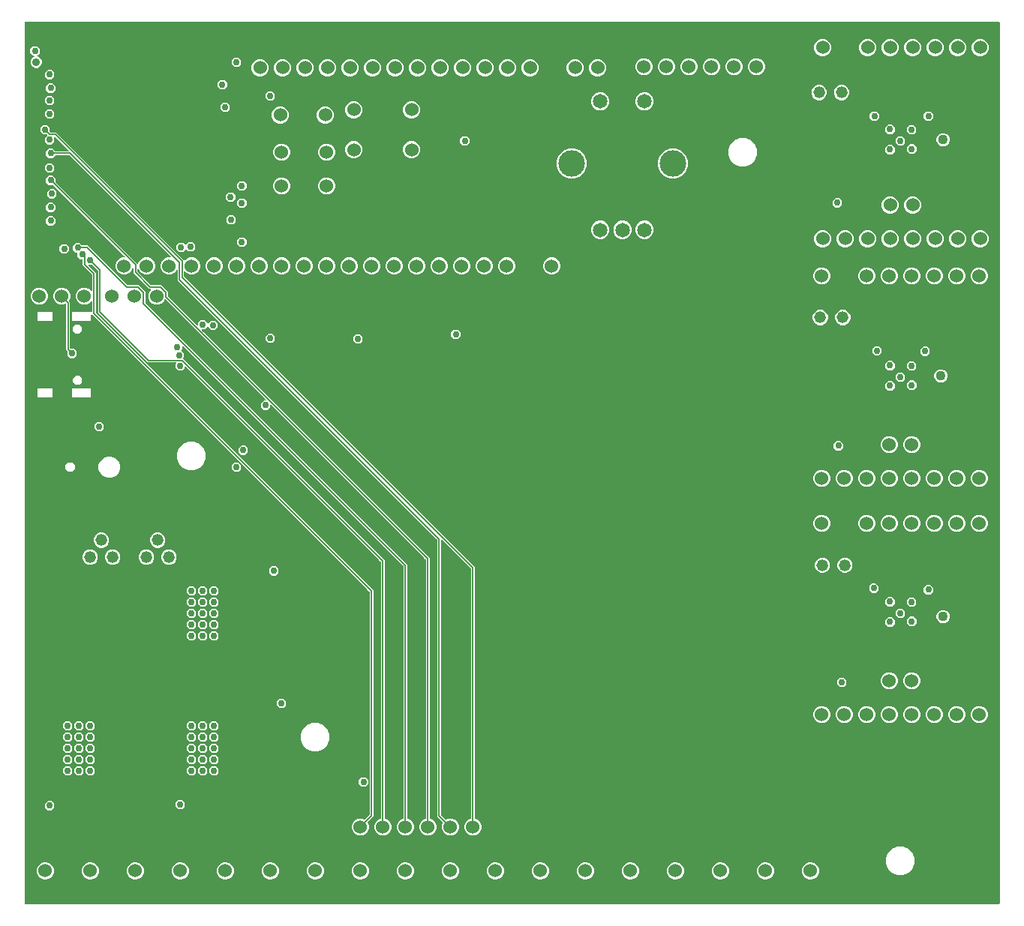
<source format=gbr>
G04 EAGLE Gerber RS-274X export*
G75*
%MOMM*%
%FSLAX34Y34*%
%LPD*%
%INCopper Layer 2*%
%IPPOS*%
%AMOC8*
5,1,8,0,0,1.08239X$1,22.5*%
G01*
%ADD10C,1.524000*%
%ADD11C,0.889000*%
%ADD12C,1.650000*%
%ADD13C,3.000000*%
%ADD14C,1.108000*%
%ADD15C,1.320800*%
%ADD16C,0.756400*%
%ADD17C,0.152400*%

G36*
X1101958Y2004D02*
X1101958Y2004D01*
X1101977Y2002D01*
X1102079Y2024D01*
X1102181Y2040D01*
X1102198Y2050D01*
X1102218Y2054D01*
X1102307Y2107D01*
X1102398Y2156D01*
X1102412Y2170D01*
X1102429Y2180D01*
X1102496Y2259D01*
X1102568Y2334D01*
X1102576Y2352D01*
X1102589Y2367D01*
X1102628Y2463D01*
X1102671Y2557D01*
X1102673Y2577D01*
X1102681Y2595D01*
X1102699Y2762D01*
X1102699Y997238D01*
X1102696Y997258D01*
X1102698Y997277D01*
X1102676Y997379D01*
X1102660Y997481D01*
X1102650Y997498D01*
X1102646Y997518D01*
X1102593Y997607D01*
X1102544Y997698D01*
X1102530Y997712D01*
X1102520Y997729D01*
X1102441Y997796D01*
X1102366Y997868D01*
X1102348Y997876D01*
X1102333Y997889D01*
X1102237Y997928D01*
X1102143Y997971D01*
X1102123Y997973D01*
X1102105Y997981D01*
X1101938Y997999D01*
X2762Y997999D01*
X2742Y997996D01*
X2723Y997998D01*
X2621Y997976D01*
X2519Y997960D01*
X2502Y997950D01*
X2482Y997946D01*
X2393Y997893D01*
X2302Y997844D01*
X2288Y997830D01*
X2271Y997820D01*
X2204Y997741D01*
X2132Y997666D01*
X2124Y997648D01*
X2111Y997633D01*
X2072Y997537D01*
X2029Y997443D01*
X2027Y997423D01*
X2019Y997405D01*
X2001Y997238D01*
X2001Y2762D01*
X2004Y2742D01*
X2002Y2723D01*
X2024Y2621D01*
X2040Y2519D01*
X2050Y2502D01*
X2054Y2482D01*
X2107Y2393D01*
X2156Y2302D01*
X2170Y2288D01*
X2180Y2271D01*
X2259Y2204D01*
X2334Y2132D01*
X2352Y2124D01*
X2367Y2111D01*
X2463Y2072D01*
X2557Y2029D01*
X2577Y2027D01*
X2595Y2019D01*
X2762Y2001D01*
X1101938Y2001D01*
X1101958Y2004D01*
G37*
%LPC*%
G36*
X379086Y79279D02*
X379086Y79279D01*
X375550Y80744D01*
X372844Y83450D01*
X371379Y86986D01*
X371379Y90814D01*
X372844Y94350D01*
X375550Y97056D01*
X379086Y98521D01*
X382914Y98521D01*
X385861Y97300D01*
X385974Y97273D01*
X386088Y97245D01*
X386094Y97245D01*
X386100Y97244D01*
X386217Y97255D01*
X386333Y97264D01*
X386339Y97266D01*
X386345Y97267D01*
X386453Y97315D01*
X386559Y97360D01*
X386565Y97365D01*
X386570Y97367D01*
X386584Y97380D01*
X386690Y97465D01*
X391444Y102219D01*
X391497Y102293D01*
X391557Y102362D01*
X391569Y102393D01*
X391588Y102419D01*
X391615Y102506D01*
X391649Y102591D01*
X391653Y102632D01*
X391660Y102654D01*
X391659Y102686D01*
X391667Y102757D01*
X391667Y354443D01*
X391653Y354533D01*
X391645Y354624D01*
X391633Y354653D01*
X391628Y354685D01*
X391585Y354766D01*
X391549Y354850D01*
X391523Y354882D01*
X391512Y354903D01*
X391489Y354925D01*
X391478Y354939D01*
X391471Y354950D01*
X391464Y354957D01*
X391444Y354981D01*
X79987Y666438D01*
X78627Y667798D01*
X78569Y667840D01*
X78517Y667889D01*
X78470Y667911D01*
X78428Y667942D01*
X78359Y667963D01*
X78294Y667993D01*
X78242Y667999D01*
X78192Y668014D01*
X78121Y668012D01*
X78050Y668020D01*
X77999Y668009D01*
X77947Y668008D01*
X77879Y667983D01*
X77809Y667968D01*
X77764Y667941D01*
X77716Y667923D01*
X77660Y667878D01*
X77598Y667842D01*
X77564Y667802D01*
X77524Y667769D01*
X77485Y667709D01*
X77438Y667655D01*
X77419Y667606D01*
X77391Y667562D01*
X77373Y667493D01*
X77346Y667426D01*
X77338Y667355D01*
X77330Y667324D01*
X77332Y667301D01*
X77328Y667260D01*
X77328Y660247D01*
X77253Y660172D01*
X56147Y660172D01*
X56072Y660247D01*
X56072Y670353D01*
X56147Y670428D01*
X77253Y670428D01*
X77274Y670407D01*
X77332Y670365D01*
X77384Y670316D01*
X77431Y670294D01*
X77473Y670263D01*
X77542Y670242D01*
X77607Y670212D01*
X77659Y670206D01*
X77709Y670191D01*
X77780Y670193D01*
X77851Y670185D01*
X77902Y670196D01*
X77954Y670197D01*
X78022Y670222D01*
X78092Y670237D01*
X78137Y670264D01*
X78185Y670282D01*
X78241Y670327D01*
X78303Y670363D01*
X78337Y670403D01*
X78377Y670435D01*
X78416Y670496D01*
X78463Y670550D01*
X78482Y670599D01*
X78510Y670642D01*
X78528Y670712D01*
X78555Y670778D01*
X78563Y670850D01*
X78571Y670881D01*
X78569Y670904D01*
X78573Y670945D01*
X78573Y681930D01*
X78562Y682000D01*
X78560Y682072D01*
X78542Y682121D01*
X78534Y682172D01*
X78500Y682236D01*
X78475Y682303D01*
X78443Y682344D01*
X78418Y682390D01*
X78366Y682439D01*
X78322Y682495D01*
X78278Y682523D01*
X78240Y682559D01*
X78175Y682589D01*
X78115Y682628D01*
X78064Y682641D01*
X78017Y682663D01*
X77946Y682671D01*
X77876Y682688D01*
X77824Y682684D01*
X77773Y682690D01*
X77702Y682675D01*
X77631Y682669D01*
X77583Y682649D01*
X77532Y682638D01*
X77471Y682601D01*
X77405Y682573D01*
X77349Y682528D01*
X77321Y682511D01*
X77306Y682494D01*
X77274Y682468D01*
X74950Y680144D01*
X71414Y678679D01*
X67586Y678679D01*
X64050Y680144D01*
X61344Y682850D01*
X59879Y686386D01*
X59879Y690214D01*
X61344Y693750D01*
X64050Y696456D01*
X67586Y697921D01*
X71414Y697921D01*
X74950Y696456D01*
X77274Y694132D01*
X77332Y694090D01*
X77384Y694041D01*
X77431Y694019D01*
X77473Y693988D01*
X77542Y693967D01*
X77607Y693937D01*
X77659Y693931D01*
X77709Y693916D01*
X77780Y693918D01*
X77851Y693910D01*
X77902Y693921D01*
X77954Y693922D01*
X78022Y693947D01*
X78092Y693962D01*
X78137Y693989D01*
X78185Y694007D01*
X78241Y694052D01*
X78303Y694089D01*
X78337Y694128D01*
X78377Y694161D01*
X78416Y694221D01*
X78463Y694275D01*
X78482Y694324D01*
X78510Y694368D01*
X78528Y694437D01*
X78555Y694504D01*
X78563Y694575D01*
X78571Y694606D01*
X78569Y694629D01*
X78573Y694670D01*
X78573Y712346D01*
X78559Y712436D01*
X78551Y712527D01*
X78539Y712557D01*
X78534Y712589D01*
X78491Y712669D01*
X78455Y712753D01*
X78429Y712785D01*
X78418Y712806D01*
X78395Y712828D01*
X78350Y712884D01*
X67817Y723417D01*
X67817Y729262D01*
X67814Y729282D01*
X67816Y729301D01*
X67794Y729403D01*
X67778Y729505D01*
X67768Y729522D01*
X67764Y729542D01*
X67711Y729631D01*
X67662Y729722D01*
X67648Y729736D01*
X67638Y729753D01*
X67559Y729820D01*
X67484Y729892D01*
X67466Y729900D01*
X67451Y729913D01*
X67355Y729952D01*
X67261Y729995D01*
X67241Y729997D01*
X67223Y730005D01*
X67056Y730023D01*
X65112Y730023D01*
X62003Y733132D01*
X62003Y736882D01*
X62000Y736902D01*
X62002Y736921D01*
X61980Y737023D01*
X61964Y737125D01*
X61954Y737142D01*
X61950Y737162D01*
X61897Y737251D01*
X61848Y737342D01*
X61834Y737356D01*
X61824Y737373D01*
X61745Y737440D01*
X61670Y737512D01*
X61652Y737520D01*
X61637Y737533D01*
X61541Y737572D01*
X61447Y737615D01*
X61427Y737617D01*
X61409Y737625D01*
X61242Y737643D01*
X60032Y737643D01*
X56923Y740752D01*
X56923Y745148D01*
X60032Y748257D01*
X64428Y748257D01*
X66679Y746006D01*
X66753Y745953D01*
X66823Y745893D01*
X66853Y745881D01*
X66879Y745862D01*
X66966Y745835D01*
X67051Y745801D01*
X67092Y745797D01*
X67114Y745790D01*
X67146Y745791D01*
X67217Y745783D01*
X73551Y745783D01*
X118396Y700938D01*
X118470Y700885D01*
X118540Y700825D01*
X118570Y700813D01*
X118596Y700794D01*
X118683Y700767D01*
X118768Y700733D01*
X118809Y700729D01*
X118831Y700722D01*
X118863Y700723D01*
X118935Y700715D01*
X131142Y700715D01*
X138415Y693442D01*
X138415Y681235D01*
X138429Y681144D01*
X138437Y681054D01*
X138449Y681024D01*
X138454Y680992D01*
X138497Y680911D01*
X138533Y680827D01*
X138559Y680795D01*
X138570Y680774D01*
X138593Y680752D01*
X138638Y680696D01*
X433833Y385501D01*
X433833Y98980D01*
X433852Y98865D01*
X433869Y98749D01*
X433871Y98744D01*
X433872Y98737D01*
X433927Y98635D01*
X433980Y98530D01*
X433985Y98525D01*
X433988Y98520D01*
X434072Y98440D01*
X434156Y98358D01*
X434162Y98354D01*
X434166Y98351D01*
X434183Y98343D01*
X434303Y98277D01*
X437250Y97056D01*
X439956Y94350D01*
X441421Y90814D01*
X441421Y86986D01*
X439956Y83450D01*
X437250Y80744D01*
X433714Y79279D01*
X429886Y79279D01*
X426350Y80744D01*
X423644Y83450D01*
X422179Y86986D01*
X422179Y90814D01*
X423644Y94350D01*
X426350Y97056D01*
X429297Y98277D01*
X429397Y98338D01*
X429497Y98398D01*
X429501Y98403D01*
X429506Y98406D01*
X429581Y98496D01*
X429657Y98585D01*
X429659Y98591D01*
X429663Y98596D01*
X429705Y98704D01*
X429749Y98813D01*
X429750Y98821D01*
X429751Y98825D01*
X429752Y98844D01*
X429767Y98980D01*
X429767Y383502D01*
X429753Y383592D01*
X429745Y383683D01*
X429733Y383713D01*
X429728Y383745D01*
X429685Y383825D01*
X429649Y383909D01*
X429623Y383941D01*
X429612Y383962D01*
X429589Y383984D01*
X429544Y384040D01*
X181310Y632275D01*
X181252Y632316D01*
X181200Y632366D01*
X181152Y632388D01*
X181110Y632418D01*
X181042Y632439D01*
X180977Y632469D01*
X180925Y632475D01*
X180875Y632490D01*
X180803Y632489D01*
X180732Y632496D01*
X180681Y632485D01*
X180629Y632484D01*
X180562Y632459D01*
X180492Y632444D01*
X180447Y632418D01*
X180398Y632400D01*
X180342Y632355D01*
X180281Y632318D01*
X180247Y632278D01*
X180206Y632246D01*
X180168Y632186D01*
X180121Y632131D01*
X180101Y632083D01*
X180073Y632039D01*
X180056Y631970D01*
X180029Y631903D01*
X180021Y631832D01*
X180013Y631800D01*
X180015Y631777D01*
X180010Y631736D01*
X180010Y628626D01*
X179116Y627731D01*
X179104Y627715D01*
X179089Y627703D01*
X179033Y627616D01*
X178972Y627532D01*
X178967Y627513D01*
X178956Y627496D01*
X178931Y627395D01*
X178900Y627297D01*
X178901Y627277D01*
X178896Y627257D01*
X178904Y627154D01*
X178906Y627051D01*
X178913Y627032D01*
X178915Y627012D01*
X178955Y626917D01*
X178991Y626820D01*
X179003Y626804D01*
X179011Y626786D01*
X179116Y626655D01*
X181837Y623934D01*
X181837Y619538D01*
X181116Y618817D01*
X181104Y618801D01*
X181089Y618788D01*
X181032Y618701D01*
X180972Y618617D01*
X180966Y618598D01*
X180956Y618581D01*
X180930Y618481D01*
X180900Y618382D01*
X180900Y618362D01*
X180896Y618343D01*
X180904Y618240D01*
X180906Y618136D01*
X180913Y618117D01*
X180915Y618098D01*
X180955Y618003D01*
X180991Y617905D01*
X181003Y617890D01*
X181011Y617871D01*
X181116Y617740D01*
X407019Y391837D01*
X408433Y390424D01*
X408433Y98980D01*
X408452Y98865D01*
X408469Y98749D01*
X408471Y98744D01*
X408472Y98737D01*
X408527Y98635D01*
X408580Y98530D01*
X408585Y98525D01*
X408588Y98520D01*
X408672Y98440D01*
X408756Y98358D01*
X408762Y98354D01*
X408766Y98351D01*
X408783Y98343D01*
X408903Y98277D01*
X411850Y97056D01*
X414556Y94350D01*
X416021Y90814D01*
X416021Y86986D01*
X414556Y83450D01*
X411850Y80744D01*
X408314Y79279D01*
X404486Y79279D01*
X400950Y80744D01*
X398244Y83450D01*
X396779Y86986D01*
X396779Y90814D01*
X398244Y94350D01*
X400950Y97056D01*
X403897Y98277D01*
X403997Y98338D01*
X404097Y98398D01*
X404101Y98403D01*
X404106Y98406D01*
X404181Y98496D01*
X404257Y98585D01*
X404259Y98591D01*
X404263Y98596D01*
X404305Y98704D01*
X404349Y98813D01*
X404350Y98821D01*
X404351Y98825D01*
X404352Y98844D01*
X404367Y98980D01*
X404367Y388424D01*
X404353Y388514D01*
X404345Y388605D01*
X404333Y388635D01*
X404328Y388667D01*
X404285Y388748D01*
X404249Y388831D01*
X404223Y388864D01*
X404212Y388884D01*
X404189Y388906D01*
X404144Y388962D01*
X184406Y608701D01*
X184348Y608742D01*
X184296Y608792D01*
X184249Y608814D01*
X184207Y608844D01*
X184138Y608865D01*
X184073Y608895D01*
X184021Y608901D01*
X183971Y608916D01*
X183900Y608915D01*
X183829Y608922D01*
X183778Y608911D01*
X183726Y608910D01*
X183658Y608885D01*
X183588Y608870D01*
X183544Y608844D01*
X183495Y608826D01*
X183439Y608781D01*
X183377Y608744D01*
X183343Y608704D01*
X183303Y608672D01*
X183264Y608612D01*
X183217Y608557D01*
X183198Y608509D01*
X183170Y608465D01*
X183152Y608396D01*
X183125Y608329D01*
X183117Y608258D01*
X183109Y608226D01*
X183111Y608203D01*
X183107Y608162D01*
X183107Y607402D01*
X179998Y604293D01*
X175602Y604293D01*
X172493Y607402D01*
X172493Y611798D01*
X173031Y612336D01*
X173073Y612394D01*
X173122Y612446D01*
X173144Y612493D01*
X173174Y612535D01*
X173196Y612604D01*
X173226Y612669D01*
X173231Y612721D01*
X173247Y612771D01*
X173245Y612842D01*
X173253Y612913D01*
X173242Y612964D01*
X173240Y613016D01*
X173216Y613084D01*
X173201Y613154D01*
X173174Y613199D01*
X173156Y613247D01*
X173111Y613303D01*
X173074Y613365D01*
X173035Y613399D01*
X173002Y613439D01*
X172942Y613478D01*
X172887Y613525D01*
X172839Y613544D01*
X172795Y613572D01*
X172726Y613590D01*
X172659Y613617D01*
X172588Y613625D01*
X172557Y613633D01*
X172534Y613631D01*
X172493Y613635D01*
X141631Y613635D01*
X85457Y669809D01*
X85457Y716533D01*
X85442Y716623D01*
X85435Y716714D01*
X85423Y716744D01*
X85417Y716776D01*
X85375Y716856D01*
X85339Y716940D01*
X85313Y716972D01*
X85302Y716993D01*
X85279Y717015D01*
X85234Y717071D01*
X78605Y723700D01*
X78531Y723753D01*
X78462Y723813D01*
X78431Y723825D01*
X78405Y723844D01*
X78318Y723871D01*
X78233Y723905D01*
X78192Y723909D01*
X78170Y723916D01*
X78138Y723915D01*
X78067Y723923D01*
X74898Y723923D01*
X74828Y723912D01*
X74756Y723910D01*
X74707Y723892D01*
X74656Y723884D01*
X74592Y723850D01*
X74525Y723825D01*
X74484Y723793D01*
X74438Y723769D01*
X74389Y723717D01*
X74333Y723672D01*
X74305Y723628D01*
X74269Y723590D01*
X74239Y723525D01*
X74200Y723465D01*
X74187Y723414D01*
X74165Y723367D01*
X74157Y723296D01*
X74140Y723226D01*
X74144Y723174D01*
X74138Y723123D01*
X74153Y723052D01*
X74159Y722981D01*
X74179Y722933D01*
X74190Y722882D01*
X74227Y722821D01*
X74255Y722755D01*
X74300Y722699D01*
X74317Y722671D01*
X74334Y722656D01*
X74360Y722624D01*
X81225Y715759D01*
X82639Y714345D01*
X82639Y669851D01*
X82653Y669761D01*
X82661Y669670D01*
X82673Y669641D01*
X82678Y669609D01*
X82721Y669528D01*
X82757Y669444D01*
X82783Y669412D01*
X82794Y669391D01*
X82817Y669369D01*
X82862Y669313D01*
X395733Y356442D01*
X395733Y100758D01*
X389565Y94590D01*
X389497Y94496D01*
X389427Y94402D01*
X389425Y94396D01*
X389422Y94391D01*
X389387Y94279D01*
X389351Y94168D01*
X389351Y94161D01*
X389349Y94156D01*
X389352Y94039D01*
X389353Y93922D01*
X389355Y93915D01*
X389356Y93910D01*
X389362Y93892D01*
X389400Y93761D01*
X390621Y90814D01*
X390621Y86986D01*
X389156Y83450D01*
X386450Y80744D01*
X382914Y79279D01*
X379086Y79279D01*
G37*
%LPD*%
%LPC*%
G36*
X480686Y79279D02*
X480686Y79279D01*
X477150Y80744D01*
X474444Y83450D01*
X472979Y86986D01*
X472979Y90814D01*
X474200Y93761D01*
X474227Y93874D01*
X474255Y93988D01*
X474255Y93994D01*
X474256Y94000D01*
X474245Y94117D01*
X474236Y94233D01*
X474234Y94239D01*
X474233Y94245D01*
X474185Y94353D01*
X474140Y94459D01*
X474135Y94465D01*
X474133Y94470D01*
X474120Y94484D01*
X474035Y94590D01*
X469281Y99344D01*
X467867Y100758D01*
X467867Y413153D01*
X467853Y413244D01*
X467845Y413334D01*
X467833Y413364D01*
X467828Y413396D01*
X467785Y413477D01*
X467749Y413561D01*
X467723Y413593D01*
X467712Y413614D01*
X467689Y413636D01*
X467644Y413692D01*
X175181Y706155D01*
X175181Y717218D01*
X175166Y717314D01*
X175156Y717411D01*
X175146Y717435D01*
X175142Y717461D01*
X175096Y717547D01*
X175056Y717636D01*
X175039Y717655D01*
X175026Y717678D01*
X174956Y717745D01*
X174890Y717817D01*
X174867Y717830D01*
X174848Y717848D01*
X174760Y717889D01*
X174674Y717936D01*
X174649Y717940D01*
X174625Y717951D01*
X174528Y717962D01*
X174432Y717979D01*
X174406Y717976D01*
X174381Y717979D01*
X174286Y717958D01*
X174189Y717944D01*
X174166Y717932D01*
X174140Y717926D01*
X174056Y717876D01*
X173970Y717832D01*
X173952Y717814D01*
X173929Y717800D01*
X173866Y717726D01*
X173798Y717657D01*
X173782Y717628D01*
X173769Y717613D01*
X173757Y717582D01*
X173717Y717510D01*
X173456Y716880D01*
X170750Y714174D01*
X167214Y712709D01*
X163386Y712709D01*
X159850Y714174D01*
X157144Y716880D01*
X155679Y720416D01*
X155679Y724244D01*
X157144Y727780D01*
X159850Y730486D01*
X163386Y731951D01*
X166597Y731951D01*
X166667Y731962D01*
X166739Y731964D01*
X166788Y731982D01*
X166839Y731990D01*
X166903Y732024D01*
X166970Y732049D01*
X167011Y732081D01*
X167057Y732106D01*
X167106Y732158D01*
X167162Y732202D01*
X167190Y732246D01*
X167226Y732284D01*
X167256Y732349D01*
X167295Y732409D01*
X167308Y732460D01*
X167330Y732507D01*
X167338Y732578D01*
X167355Y732648D01*
X167351Y732700D01*
X167357Y732751D01*
X167342Y732822D01*
X167336Y732893D01*
X167316Y732941D01*
X167305Y732992D01*
X167268Y733053D01*
X167240Y733119D01*
X167195Y733175D01*
X167179Y733203D01*
X167161Y733218D01*
X167135Y733250D01*
X53011Y847374D01*
X52937Y847427D01*
X52868Y847487D01*
X52837Y847499D01*
X52811Y847518D01*
X52724Y847545D01*
X52639Y847579D01*
X52598Y847583D01*
X52576Y847590D01*
X52544Y847589D01*
X52473Y847597D01*
X37537Y847597D01*
X37447Y847583D01*
X37356Y847575D01*
X37327Y847563D01*
X37295Y847558D01*
X37214Y847515D01*
X37130Y847479D01*
X37098Y847453D01*
X37077Y847442D01*
X37055Y847419D01*
X36999Y847374D01*
X33948Y844323D01*
X29552Y844323D01*
X26443Y847432D01*
X26443Y851828D01*
X29552Y854937D01*
X33948Y854937D01*
X36999Y851886D01*
X37073Y851833D01*
X37143Y851773D01*
X37173Y851761D01*
X37199Y851742D01*
X37286Y851715D01*
X37371Y851681D01*
X37412Y851677D01*
X37434Y851670D01*
X37466Y851671D01*
X37537Y851663D01*
X51826Y851663D01*
X51897Y851674D01*
X51969Y851676D01*
X52018Y851694D01*
X52069Y851702D01*
X52132Y851736D01*
X52200Y851761D01*
X52240Y851793D01*
X52286Y851818D01*
X52336Y851870D01*
X52392Y851914D01*
X52420Y851958D01*
X52456Y851996D01*
X52486Y852061D01*
X52525Y852121D01*
X52537Y852172D01*
X52559Y852219D01*
X52567Y852290D01*
X52585Y852360D01*
X52581Y852412D01*
X52586Y852463D01*
X52571Y852534D01*
X52566Y852605D01*
X52545Y852653D01*
X52534Y852704D01*
X52497Y852765D01*
X52469Y852831D01*
X52425Y852887D01*
X52408Y852915D01*
X52390Y852930D01*
X52365Y852962D01*
X36644Y868682D01*
X36571Y868735D01*
X36501Y868795D01*
X36471Y868807D01*
X36445Y868826D01*
X36358Y868853D01*
X36273Y868887D01*
X36232Y868891D01*
X36210Y868898D01*
X36177Y868897D01*
X36106Y868905D01*
X35787Y868905D01*
X35717Y868894D01*
X35645Y868892D01*
X35596Y868874D01*
X35545Y868866D01*
X35481Y868832D01*
X35414Y868807D01*
X35373Y868775D01*
X35327Y868750D01*
X35278Y868698D01*
X35222Y868654D01*
X35194Y868610D01*
X35158Y868572D01*
X35128Y868507D01*
X35089Y868447D01*
X35076Y868396D01*
X35054Y868349D01*
X35046Y868278D01*
X35029Y868208D01*
X35033Y868156D01*
X35027Y868105D01*
X35042Y868034D01*
X35048Y867963D01*
X35068Y867915D01*
X35079Y867864D01*
X35116Y867803D01*
X35144Y867737D01*
X35189Y867681D01*
X35206Y867653D01*
X35223Y867638D01*
X35249Y867606D01*
X35787Y867068D01*
X35787Y862672D01*
X32678Y859563D01*
X28282Y859563D01*
X25173Y862672D01*
X25173Y867068D01*
X27799Y869694D01*
X27841Y869752D01*
X27890Y869804D01*
X27912Y869851D01*
X27942Y869893D01*
X27964Y869962D01*
X27994Y870027D01*
X27999Y870079D01*
X28015Y870129D01*
X28013Y870200D01*
X28021Y870271D01*
X28010Y870322D01*
X28008Y870374D01*
X27984Y870442D01*
X27969Y870512D01*
X27942Y870557D01*
X27924Y870605D01*
X27879Y870661D01*
X27842Y870723D01*
X27803Y870757D01*
X27770Y870797D01*
X27710Y870836D01*
X27655Y870883D01*
X27607Y870902D01*
X27563Y870930D01*
X27494Y870948D01*
X27427Y870975D01*
X27356Y870983D01*
X27325Y870991D01*
X27302Y870989D01*
X27261Y870993D01*
X23202Y870993D01*
X20093Y874102D01*
X20093Y878498D01*
X23202Y881607D01*
X27598Y881607D01*
X30707Y878498D01*
X30707Y874183D01*
X30721Y874093D01*
X30729Y874002D01*
X30741Y873973D01*
X30746Y873941D01*
X30789Y873860D01*
X30825Y873776D01*
X30851Y873744D01*
X30862Y873723D01*
X30885Y873701D01*
X30930Y873645D01*
X31381Y873194D01*
X31455Y873141D01*
X31524Y873081D01*
X31555Y873069D01*
X31581Y873050D01*
X31668Y873023D01*
X31753Y872989D01*
X31794Y872985D01*
X31816Y872978D01*
X31848Y872979D01*
X31919Y872971D01*
X38106Y872971D01*
X182252Y728825D01*
X182271Y728800D01*
X182296Y728754D01*
X182348Y728705D01*
X182392Y728649D01*
X182436Y728621D01*
X182474Y728585D01*
X182539Y728555D01*
X182599Y728516D01*
X182650Y728503D01*
X182697Y728481D01*
X182768Y728473D01*
X182838Y728456D01*
X182890Y728460D01*
X182941Y728454D01*
X183012Y728469D01*
X183083Y728475D01*
X183131Y728495D01*
X183182Y728506D01*
X183243Y728543D01*
X183309Y728571D01*
X183365Y728616D01*
X183393Y728633D01*
X183408Y728650D01*
X183440Y728676D01*
X185250Y730486D01*
X188786Y731951D01*
X192614Y731951D01*
X196150Y730486D01*
X198856Y727780D01*
X200321Y724244D01*
X200321Y720416D01*
X198856Y716880D01*
X196150Y714174D01*
X192614Y712709D01*
X188786Y712709D01*
X185250Y714174D01*
X183440Y715984D01*
X183382Y716026D01*
X183330Y716075D01*
X183283Y716097D01*
X183241Y716128D01*
X183172Y716149D01*
X183107Y716179D01*
X183055Y716185D01*
X183005Y716200D01*
X182934Y716198D01*
X182863Y716206D01*
X182812Y716195D01*
X182760Y716194D01*
X182692Y716169D01*
X182622Y716154D01*
X182577Y716127D01*
X182529Y716109D01*
X182473Y716064D01*
X182411Y716027D01*
X182377Y715988D01*
X182337Y715955D01*
X182298Y715895D01*
X182251Y715841D01*
X182232Y715792D01*
X182204Y715748D01*
X182186Y715679D01*
X182159Y715612D01*
X182151Y715541D01*
X182143Y715510D01*
X182145Y715487D01*
X182141Y715446D01*
X182141Y710767D01*
X182155Y710677D01*
X182163Y710586D01*
X182175Y710556D01*
X182180Y710524D01*
X182223Y710444D01*
X182259Y710360D01*
X182285Y710328D01*
X182296Y710307D01*
X182319Y710285D01*
X182364Y710229D01*
X510033Y382560D01*
X510033Y98980D01*
X510052Y98865D01*
X510069Y98749D01*
X510071Y98744D01*
X510072Y98737D01*
X510127Y98635D01*
X510180Y98530D01*
X510185Y98525D01*
X510188Y98520D01*
X510272Y98440D01*
X510356Y98358D01*
X510362Y98354D01*
X510366Y98351D01*
X510383Y98343D01*
X510503Y98277D01*
X513450Y97056D01*
X516156Y94350D01*
X517621Y90814D01*
X517621Y86986D01*
X516156Y83450D01*
X513450Y80744D01*
X509914Y79279D01*
X506086Y79279D01*
X502550Y80744D01*
X499844Y83450D01*
X498379Y86986D01*
X498379Y90814D01*
X499844Y94350D01*
X502550Y97056D01*
X505497Y98277D01*
X505597Y98338D01*
X505697Y98398D01*
X505701Y98403D01*
X505706Y98406D01*
X505781Y98496D01*
X505857Y98585D01*
X505859Y98591D01*
X505863Y98596D01*
X505905Y98704D01*
X505949Y98813D01*
X505950Y98821D01*
X505951Y98825D01*
X505952Y98844D01*
X505967Y98980D01*
X505967Y380560D01*
X505953Y380650D01*
X505945Y380741D01*
X505933Y380771D01*
X505928Y380803D01*
X505885Y380884D01*
X505849Y380968D01*
X505823Y381000D01*
X505812Y381020D01*
X505789Y381043D01*
X505744Y381099D01*
X473232Y413611D01*
X473174Y413652D01*
X473122Y413702D01*
X473075Y413724D01*
X473033Y413754D01*
X472964Y413775D01*
X472899Y413805D01*
X472847Y413811D01*
X472797Y413827D01*
X472726Y413825D01*
X472655Y413833D01*
X472604Y413822D01*
X472552Y413820D01*
X472484Y413796D01*
X472414Y413780D01*
X472369Y413754D01*
X472321Y413736D01*
X472265Y413691D01*
X472203Y413654D01*
X472169Y413615D01*
X472129Y413582D01*
X472090Y413522D01*
X472043Y413467D01*
X472024Y413419D01*
X471996Y413375D01*
X471978Y413306D01*
X471951Y413239D01*
X471943Y413168D01*
X471935Y413137D01*
X471937Y413113D01*
X471933Y413072D01*
X471933Y102757D01*
X471947Y102667D01*
X471955Y102576D01*
X471967Y102547D01*
X471972Y102515D01*
X472015Y102434D01*
X472051Y102350D01*
X472077Y102318D01*
X472088Y102297D01*
X472111Y102275D01*
X472156Y102219D01*
X476910Y97465D01*
X477004Y97397D01*
X477098Y97327D01*
X477104Y97325D01*
X477109Y97322D01*
X477221Y97287D01*
X477332Y97251D01*
X477339Y97251D01*
X477344Y97249D01*
X477461Y97252D01*
X477578Y97253D01*
X477585Y97255D01*
X477590Y97256D01*
X477608Y97262D01*
X477739Y97300D01*
X480686Y98521D01*
X484514Y98521D01*
X488050Y97056D01*
X490756Y94350D01*
X492221Y90814D01*
X492221Y86986D01*
X490756Y83450D01*
X488050Y80744D01*
X484514Y79279D01*
X480686Y79279D01*
G37*
%LPD*%
%LPC*%
G36*
X455286Y79279D02*
X455286Y79279D01*
X451750Y80744D01*
X449044Y83450D01*
X447579Y86986D01*
X447579Y90814D01*
X449044Y94350D01*
X451750Y97056D01*
X454697Y98277D01*
X454797Y98338D01*
X454897Y98398D01*
X454901Y98403D01*
X454906Y98406D01*
X454981Y98496D01*
X455057Y98585D01*
X455059Y98591D01*
X455063Y98596D01*
X455105Y98704D01*
X455149Y98813D01*
X455150Y98821D01*
X455151Y98825D01*
X455152Y98844D01*
X455167Y98980D01*
X455167Y390833D01*
X455153Y390923D01*
X455145Y391014D01*
X455133Y391043D01*
X455128Y391075D01*
X455085Y391156D01*
X455049Y391240D01*
X455023Y391272D01*
X455012Y391293D01*
X454989Y391315D01*
X454944Y391371D01*
X280926Y565389D01*
X280868Y565431D01*
X280816Y565480D01*
X280769Y565502D01*
X280727Y565533D01*
X280658Y565554D01*
X280593Y565584D01*
X280541Y565590D01*
X280491Y565605D01*
X280420Y565603D01*
X280349Y565611D01*
X280298Y565600D01*
X280246Y565599D01*
X280178Y565574D01*
X280108Y565559D01*
X280064Y565532D01*
X280015Y565514D01*
X279959Y565469D01*
X279897Y565433D01*
X279863Y565393D01*
X279823Y565360D01*
X279784Y565300D01*
X279737Y565246D01*
X279718Y565197D01*
X279690Y565153D01*
X279672Y565084D01*
X279645Y565017D01*
X279637Y564946D01*
X279629Y564915D01*
X279631Y564892D01*
X279627Y564851D01*
X279627Y562952D01*
X276518Y559843D01*
X272122Y559843D01*
X269013Y562952D01*
X269013Y567348D01*
X272122Y570457D01*
X274021Y570457D01*
X274091Y570468D01*
X274163Y570470D01*
X274212Y570488D01*
X274263Y570496D01*
X274327Y570530D01*
X274394Y570555D01*
X274435Y570587D01*
X274481Y570612D01*
X274530Y570663D01*
X274586Y570708D01*
X274614Y570752D01*
X274650Y570790D01*
X274680Y570855D01*
X274719Y570915D01*
X274732Y570966D01*
X274754Y571013D01*
X274762Y571084D01*
X274779Y571154D01*
X274775Y571206D01*
X274781Y571257D01*
X274766Y571328D01*
X274760Y571399D01*
X274740Y571447D01*
X274729Y571498D01*
X274692Y571559D01*
X274664Y571625D01*
X274619Y571681D01*
X274603Y571709D01*
X274585Y571724D01*
X274559Y571756D01*
X161507Y684809D01*
X161469Y684836D01*
X161438Y684869D01*
X161370Y684907D01*
X161307Y684952D01*
X161263Y684966D01*
X161223Y684988D01*
X161146Y685002D01*
X161072Y685025D01*
X161026Y685023D01*
X160981Y685032D01*
X160904Y685020D01*
X160826Y685018D01*
X160783Y685002D01*
X160737Y684996D01*
X160668Y684961D01*
X160595Y684934D01*
X160559Y684905D01*
X160518Y684884D01*
X160464Y684829D01*
X160403Y684780D01*
X160378Y684742D01*
X160346Y684709D01*
X160280Y684589D01*
X160270Y684573D01*
X160269Y684568D01*
X160265Y684562D01*
X159556Y682850D01*
X156850Y680144D01*
X153314Y678679D01*
X149486Y678679D01*
X145950Y680144D01*
X143244Y682850D01*
X141779Y686386D01*
X141779Y690214D01*
X143244Y693750D01*
X144844Y695350D01*
X144886Y695408D01*
X144935Y695460D01*
X144957Y695507D01*
X144988Y695549D01*
X145009Y695618D01*
X145039Y695683D01*
X145045Y695735D01*
X145060Y695785D01*
X145058Y695856D01*
X145066Y695927D01*
X145055Y695978D01*
X145054Y696030D01*
X145029Y696098D01*
X145014Y696168D01*
X144987Y696213D01*
X144969Y696261D01*
X144924Y696317D01*
X144887Y696379D01*
X144848Y696413D01*
X144815Y696453D01*
X144755Y696492D01*
X144701Y696539D01*
X144652Y696558D01*
X144608Y696586D01*
X144539Y696604D01*
X144472Y696631D01*
X144401Y696639D01*
X144370Y696647D01*
X144347Y696645D01*
X144306Y696649D01*
X143094Y696649D01*
X125485Y714258D01*
X125485Y719884D01*
X125484Y719894D01*
X125484Y719899D01*
X125478Y719927D01*
X125470Y719980D01*
X125460Y720077D01*
X125450Y720101D01*
X125446Y720126D01*
X125400Y720212D01*
X125360Y720301D01*
X125343Y720321D01*
X125330Y720344D01*
X125260Y720411D01*
X125194Y720482D01*
X125171Y720495D01*
X125152Y720513D01*
X125064Y720554D01*
X124978Y720601D01*
X124953Y720606D01*
X124929Y720617D01*
X124832Y720627D01*
X124736Y720645D01*
X124710Y720641D01*
X124685Y720644D01*
X124589Y720623D01*
X124493Y720609D01*
X124470Y720597D01*
X124444Y720592D01*
X124361Y720542D01*
X124274Y720497D01*
X124255Y720479D01*
X124233Y720465D01*
X124170Y720391D01*
X124102Y720322D01*
X124086Y720293D01*
X124073Y720278D01*
X124061Y720248D01*
X124021Y720175D01*
X122656Y716880D01*
X119950Y714174D01*
X116414Y712709D01*
X112586Y712709D01*
X109050Y714174D01*
X106344Y716880D01*
X104879Y720416D01*
X104879Y724244D01*
X106344Y727780D01*
X109050Y730486D01*
X112586Y731951D01*
X114849Y731951D01*
X114920Y731962D01*
X114992Y731964D01*
X115041Y731982D01*
X115092Y731990D01*
X115155Y732024D01*
X115223Y732049D01*
X115263Y732081D01*
X115309Y732106D01*
X115359Y732158D01*
X115415Y732202D01*
X115443Y732246D01*
X115479Y732284D01*
X115509Y732349D01*
X115548Y732409D01*
X115560Y732460D01*
X115582Y732507D01*
X115590Y732578D01*
X115608Y732648D01*
X115604Y732700D01*
X115609Y732751D01*
X115594Y732822D01*
X115589Y732893D01*
X115568Y732941D01*
X115557Y732992D01*
X115520Y733053D01*
X115492Y733119D01*
X115447Y733175D01*
X115431Y733203D01*
X115413Y733218D01*
X115387Y733250D01*
X34910Y813728D01*
X34893Y813740D01*
X34881Y813755D01*
X34794Y813811D01*
X34710Y813872D01*
X34691Y813877D01*
X34674Y813888D01*
X34574Y813914D01*
X34475Y813944D01*
X34455Y813943D01*
X34435Y813948D01*
X34332Y813940D01*
X34229Y813938D01*
X34210Y813931D01*
X34190Y813929D01*
X34095Y813889D01*
X33998Y813853D01*
X33985Y813843D01*
X29552Y813843D01*
X26443Y816952D01*
X26443Y821348D01*
X29552Y824457D01*
X33948Y824457D01*
X37057Y821348D01*
X37057Y817646D01*
X37071Y817556D01*
X37079Y817465D01*
X37091Y817435D01*
X37096Y817403D01*
X37139Y817322D01*
X37175Y817238D01*
X37201Y817206D01*
X37212Y817186D01*
X37235Y817163D01*
X37280Y817107D01*
X129434Y724953D01*
X129471Y724926D01*
X129502Y724893D01*
X129571Y724855D01*
X129634Y724810D01*
X129677Y724796D01*
X129718Y724774D01*
X129794Y724760D01*
X129869Y724737D01*
X129915Y724738D01*
X129960Y724730D01*
X130037Y724742D01*
X130115Y724744D01*
X130158Y724759D01*
X130203Y724766D01*
X130272Y724801D01*
X130346Y724828D01*
X130381Y724857D01*
X130422Y724878D01*
X130477Y724933D01*
X130538Y724982D01*
X130562Y725020D01*
X130595Y725053D01*
X130661Y725173D01*
X130671Y725189D01*
X130672Y725194D01*
X130675Y725200D01*
X131744Y727780D01*
X134450Y730486D01*
X137986Y731951D01*
X141814Y731951D01*
X145350Y730486D01*
X148056Y727780D01*
X149521Y724244D01*
X149521Y720416D01*
X148056Y716880D01*
X145350Y714174D01*
X141814Y712709D01*
X137986Y712709D01*
X134450Y714174D01*
X131744Y716880D01*
X131015Y718639D01*
X130964Y718722D01*
X130918Y718808D01*
X130900Y718826D01*
X130886Y718849D01*
X130810Y718911D01*
X130740Y718978D01*
X130716Y718989D01*
X130696Y719005D01*
X130605Y719040D01*
X130517Y719081D01*
X130491Y719084D01*
X130467Y719094D01*
X130369Y719098D01*
X130273Y719108D01*
X130247Y719103D01*
X130221Y719104D01*
X130127Y719077D01*
X130032Y719056D01*
X130010Y719043D01*
X129985Y719035D01*
X129905Y718980D01*
X129821Y718930D01*
X129804Y718910D01*
X129783Y718895D01*
X129724Y718817D01*
X129661Y718743D01*
X129651Y718719D01*
X129636Y718698D01*
X129606Y718605D01*
X129588Y718563D01*
X129579Y718542D01*
X129578Y718538D01*
X129569Y718515D01*
X129566Y718482D01*
X129560Y718464D01*
X129560Y718431D01*
X129551Y718348D01*
X129551Y716257D01*
X129565Y716167D01*
X129573Y716076D01*
X129585Y716046D01*
X129590Y716014D01*
X129633Y715934D01*
X129669Y715850D01*
X129695Y715818D01*
X129706Y715797D01*
X129729Y715775D01*
X129774Y715719D01*
X144555Y700938D01*
X144629Y700885D01*
X144698Y700825D01*
X144728Y700813D01*
X144754Y700794D01*
X144841Y700767D01*
X144926Y700733D01*
X144967Y700729D01*
X144989Y700722D01*
X145022Y700723D01*
X145093Y700715D01*
X156542Y700715D01*
X163815Y693442D01*
X163815Y688565D01*
X163829Y688475D01*
X163837Y688384D01*
X163849Y688355D01*
X163854Y688323D01*
X163897Y688242D01*
X163933Y688158D01*
X163959Y688126D01*
X163970Y688105D01*
X163993Y688083D01*
X164038Y688027D01*
X196530Y655534D01*
X196589Y655493D01*
X196641Y655443D01*
X196688Y655421D01*
X196730Y655391D01*
X196799Y655370D01*
X196864Y655340D01*
X196915Y655334D01*
X196965Y655318D01*
X197037Y655320D01*
X197108Y655312D01*
X197159Y655323D01*
X197211Y655325D01*
X197278Y655349D01*
X197348Y655365D01*
X197393Y655391D01*
X197442Y655409D01*
X197498Y655454D01*
X197560Y655491D01*
X197593Y655530D01*
X197634Y655563D01*
X197673Y655623D01*
X197719Y655678D01*
X197739Y655726D01*
X197767Y655770D01*
X197785Y655839D01*
X197811Y655906D01*
X197819Y655977D01*
X197827Y656008D01*
X197825Y656032D01*
X197830Y656073D01*
X197830Y658394D01*
X200938Y661503D01*
X205335Y661503D01*
X208456Y658382D01*
X208457Y658334D01*
X208475Y658285D01*
X208483Y658233D01*
X208517Y658170D01*
X208541Y658103D01*
X208574Y658062D01*
X208598Y658016D01*
X208650Y657967D01*
X208695Y657911D01*
X208739Y657882D01*
X208777Y657847D01*
X208842Y657816D01*
X208902Y657778D01*
X208952Y657765D01*
X209000Y657743D01*
X209071Y657735D01*
X209140Y657717D01*
X209192Y657722D01*
X209244Y657716D01*
X209314Y657731D01*
X209386Y657737D01*
X209433Y657757D01*
X209484Y657768D01*
X209546Y657805D01*
X209612Y657833D01*
X209668Y657878D01*
X209696Y657894D01*
X209711Y657912D01*
X209743Y657938D01*
X212566Y660761D01*
X216963Y660761D01*
X220071Y657653D01*
X220071Y653256D01*
X216963Y650148D01*
X212566Y650148D01*
X209446Y653269D01*
X209444Y653317D01*
X209427Y653366D01*
X209418Y653417D01*
X209385Y653481D01*
X209360Y653548D01*
X209327Y653589D01*
X209303Y653635D01*
X209251Y653684D01*
X209206Y653740D01*
X209162Y653768D01*
X209125Y653804D01*
X209060Y653834D01*
X208999Y653873D01*
X208949Y653886D01*
X208902Y653908D01*
X208830Y653916D01*
X208761Y653933D01*
X208709Y653929D01*
X208657Y653935D01*
X208587Y653920D01*
X208516Y653914D01*
X208468Y653894D01*
X208417Y653883D01*
X208355Y653846D01*
X208289Y653818D01*
X208233Y653773D01*
X208206Y653756D01*
X208190Y653739D01*
X208158Y653713D01*
X205335Y650889D01*
X203013Y650889D01*
X202943Y650878D01*
X202871Y650876D01*
X202822Y650858D01*
X202771Y650850D01*
X202707Y650816D01*
X202640Y650791D01*
X202599Y650759D01*
X202553Y650734D01*
X202504Y650682D01*
X202448Y650638D01*
X202420Y650594D01*
X202384Y650556D01*
X202354Y650491D01*
X202315Y650431D01*
X202302Y650380D01*
X202280Y650333D01*
X202272Y650262D01*
X202255Y650192D01*
X202259Y650140D01*
X202253Y650089D01*
X202268Y650018D01*
X202274Y649947D01*
X202294Y649899D01*
X202305Y649848D01*
X202342Y649787D01*
X202370Y649721D01*
X202415Y649665D01*
X202431Y649637D01*
X202449Y649622D01*
X202475Y649590D01*
X459233Y392832D01*
X459233Y98980D01*
X459252Y98865D01*
X459269Y98749D01*
X459271Y98744D01*
X459272Y98737D01*
X459327Y98635D01*
X459380Y98530D01*
X459385Y98525D01*
X459388Y98520D01*
X459472Y98440D01*
X459556Y98358D01*
X459562Y98354D01*
X459566Y98351D01*
X459583Y98343D01*
X459703Y98277D01*
X462650Y97056D01*
X465356Y94350D01*
X466821Y90814D01*
X466821Y86986D01*
X465356Y83450D01*
X462650Y80744D01*
X459114Y79279D01*
X455286Y79279D01*
G37*
%LPD*%
%LPC*%
G36*
X616528Y821199D02*
X616528Y821199D01*
X610280Y823787D01*
X605497Y828570D01*
X602909Y834818D01*
X602909Y841582D01*
X605497Y847830D01*
X610280Y852613D01*
X616528Y855201D01*
X623292Y855201D01*
X629540Y852613D01*
X634323Y847830D01*
X636911Y841582D01*
X636911Y834818D01*
X634323Y828570D01*
X629540Y823787D01*
X623292Y821199D01*
X616528Y821199D01*
G37*
%LPD*%
%LPC*%
G36*
X730528Y821199D02*
X730528Y821199D01*
X724280Y823787D01*
X719497Y828570D01*
X716909Y834818D01*
X716909Y841582D01*
X719497Y847830D01*
X724280Y852613D01*
X730528Y855201D01*
X737292Y855201D01*
X743540Y852613D01*
X748323Y847830D01*
X750911Y841582D01*
X750911Y834818D01*
X748323Y828570D01*
X743540Y823787D01*
X737292Y821199D01*
X730528Y821199D01*
G37*
%LPD*%
%LPC*%
G36*
X187317Y491999D02*
X187317Y491999D01*
X181436Y494435D01*
X176935Y498936D01*
X174499Y504817D01*
X174499Y511183D01*
X176935Y517064D01*
X181436Y521565D01*
X187317Y524001D01*
X193683Y524001D01*
X199564Y521565D01*
X204065Y517064D01*
X206501Y511183D01*
X206501Y504817D01*
X204065Y498936D01*
X199564Y494435D01*
X193683Y491999D01*
X187317Y491999D01*
G37*
%LPD*%
%LPC*%
G36*
X987417Y34799D02*
X987417Y34799D01*
X981536Y37235D01*
X977035Y41736D01*
X974599Y47617D01*
X974599Y53983D01*
X977035Y59864D01*
X981536Y64365D01*
X987417Y66801D01*
X993783Y66801D01*
X999664Y64365D01*
X1004165Y59864D01*
X1006601Y53983D01*
X1006601Y47617D01*
X1004165Y41736D01*
X999664Y37235D01*
X993783Y34799D01*
X987417Y34799D01*
G37*
%LPD*%
%LPC*%
G36*
X327017Y174499D02*
X327017Y174499D01*
X321136Y176935D01*
X316635Y181436D01*
X314199Y187317D01*
X314199Y193683D01*
X316635Y199564D01*
X321136Y204065D01*
X327017Y206501D01*
X333383Y206501D01*
X339264Y204065D01*
X343765Y199564D01*
X346201Y193683D01*
X346201Y187317D01*
X343765Y181436D01*
X339264Y176935D01*
X333383Y174499D01*
X327017Y174499D01*
G37*
%LPD*%
%LPC*%
G36*
X809617Y834899D02*
X809617Y834899D01*
X803736Y837335D01*
X799235Y841836D01*
X796799Y847717D01*
X796799Y854083D01*
X799235Y859964D01*
X803736Y864465D01*
X809617Y866901D01*
X815983Y866901D01*
X821864Y864465D01*
X826365Y859964D01*
X828801Y854083D01*
X828801Y847717D01*
X826365Y841836D01*
X821864Y837335D01*
X815983Y834899D01*
X809617Y834899D01*
G37*
%LPD*%
%LPC*%
G36*
X53682Y618263D02*
X53682Y618263D01*
X50573Y621372D01*
X50573Y625687D01*
X50559Y625777D01*
X50551Y625868D01*
X50539Y625897D01*
X50534Y625929D01*
X50491Y626010D01*
X50455Y626094D01*
X50429Y626126D01*
X50418Y626147D01*
X50395Y626169D01*
X50350Y626225D01*
X49355Y627220D01*
X49355Y678924D01*
X49348Y678969D01*
X49350Y679015D01*
X49328Y679090D01*
X49316Y679167D01*
X49294Y679207D01*
X49281Y679251D01*
X49237Y679315D01*
X49200Y679384D01*
X49167Y679416D01*
X49141Y679454D01*
X49078Y679500D01*
X49022Y679554D01*
X48980Y679573D01*
X48944Y679600D01*
X48870Y679624D01*
X48799Y679657D01*
X48753Y679662D01*
X48710Y679677D01*
X48632Y679676D01*
X48555Y679684D01*
X48510Y679675D01*
X48464Y679674D01*
X48332Y679636D01*
X48314Y679632D01*
X48310Y679630D01*
X48303Y679627D01*
X46014Y678679D01*
X42186Y678679D01*
X38650Y680144D01*
X35944Y682850D01*
X34479Y686386D01*
X34479Y690214D01*
X35944Y693750D01*
X38650Y696456D01*
X42186Y697921D01*
X46014Y697921D01*
X49550Y696456D01*
X52256Y693750D01*
X53721Y690214D01*
X53721Y686386D01*
X52500Y683439D01*
X52473Y683326D01*
X52445Y683212D01*
X52445Y683206D01*
X52444Y683200D01*
X52455Y683082D01*
X52464Y682967D01*
X52466Y682961D01*
X52467Y682955D01*
X52515Y682848D01*
X52560Y682741D01*
X52565Y682735D01*
X52567Y682730D01*
X52579Y682717D01*
X52665Y682610D01*
X53421Y681854D01*
X53421Y629638D01*
X53424Y629618D01*
X53422Y629599D01*
X53444Y629497D01*
X53460Y629395D01*
X53470Y629378D01*
X53474Y629358D01*
X53527Y629269D01*
X53576Y629178D01*
X53590Y629164D01*
X53600Y629147D01*
X53679Y629080D01*
X53754Y629008D01*
X53772Y629000D01*
X53787Y628987D01*
X53883Y628948D01*
X53977Y628905D01*
X53997Y628903D01*
X54015Y628895D01*
X54182Y628877D01*
X58078Y628877D01*
X61187Y625768D01*
X61187Y621372D01*
X58078Y618263D01*
X53682Y618263D01*
G37*
%LPD*%
%LPC*%
G36*
X95313Y483299D02*
X95313Y483299D01*
X90902Y485126D01*
X87526Y488502D01*
X85699Y492913D01*
X85699Y497687D01*
X87526Y502098D01*
X90902Y505474D01*
X95313Y507301D01*
X100087Y507301D01*
X104498Y505474D01*
X107874Y502098D01*
X109701Y497687D01*
X109701Y492913D01*
X107874Y488502D01*
X104498Y485126D01*
X100087Y483299D01*
X95313Y483299D01*
G37*
%LPD*%
%LPC*%
G36*
X699871Y897949D02*
X699871Y897949D01*
X696103Y899510D01*
X693220Y902393D01*
X691659Y906161D01*
X691659Y910239D01*
X693220Y914007D01*
X696103Y916890D01*
X699871Y918451D01*
X703949Y918451D01*
X707717Y916890D01*
X710600Y914007D01*
X712161Y910239D01*
X712161Y906161D01*
X710600Y902393D01*
X707717Y899510D01*
X703949Y897949D01*
X699871Y897949D01*
G37*
%LPD*%
%LPC*%
G36*
X649871Y897949D02*
X649871Y897949D01*
X646103Y899510D01*
X643220Y902393D01*
X641659Y906161D01*
X641659Y910239D01*
X643220Y914007D01*
X646103Y916890D01*
X649871Y918451D01*
X653949Y918451D01*
X657717Y916890D01*
X660600Y914007D01*
X662161Y910239D01*
X662161Y906161D01*
X660600Y902393D01*
X657717Y899510D01*
X653949Y897949D01*
X649871Y897949D01*
G37*
%LPD*%
%LPC*%
G36*
X699871Y752949D02*
X699871Y752949D01*
X696103Y754510D01*
X693220Y757393D01*
X691659Y761161D01*
X691659Y765239D01*
X693220Y769007D01*
X696103Y771890D01*
X699871Y773451D01*
X703949Y773451D01*
X707717Y771890D01*
X710600Y769007D01*
X712161Y765239D01*
X712161Y761161D01*
X710600Y757393D01*
X707717Y754510D01*
X703949Y752949D01*
X699871Y752949D01*
G37*
%LPD*%
%LPC*%
G36*
X674871Y752949D02*
X674871Y752949D01*
X671103Y754510D01*
X668220Y757393D01*
X666659Y761161D01*
X666659Y765239D01*
X668220Y769007D01*
X671103Y771890D01*
X674871Y773451D01*
X678949Y773451D01*
X682717Y771890D01*
X685600Y769007D01*
X687161Y765239D01*
X687161Y761161D01*
X685600Y757393D01*
X682717Y754510D01*
X678949Y752949D01*
X674871Y752949D01*
G37*
%LPD*%
%LPC*%
G36*
X649871Y752949D02*
X649871Y752949D01*
X646103Y754510D01*
X643220Y757393D01*
X641659Y761161D01*
X641659Y765239D01*
X643220Y769007D01*
X646103Y771890D01*
X649871Y773451D01*
X653949Y773451D01*
X657717Y771890D01*
X660600Y769007D01*
X662161Y765239D01*
X662161Y761161D01*
X660600Y757393D01*
X657717Y754510D01*
X653949Y752949D01*
X649871Y752949D01*
G37*
%LPD*%
%LPC*%
G36*
X1002656Y959389D02*
X1002656Y959389D01*
X999120Y960854D01*
X996414Y963560D01*
X994949Y967096D01*
X994949Y970924D01*
X996414Y974460D01*
X999120Y977166D01*
X1002656Y978631D01*
X1006484Y978631D01*
X1010020Y977166D01*
X1012726Y974460D01*
X1014191Y970924D01*
X1014191Y967096D01*
X1012726Y963560D01*
X1010020Y960854D01*
X1006484Y959389D01*
X1002656Y959389D01*
G37*
%LPD*%
%LPC*%
G36*
X977256Y959389D02*
X977256Y959389D01*
X973720Y960854D01*
X971014Y963560D01*
X969549Y967096D01*
X969549Y970924D01*
X971014Y974460D01*
X973720Y977166D01*
X977256Y978631D01*
X981084Y978631D01*
X984620Y977166D01*
X987326Y974460D01*
X988791Y970924D01*
X988791Y967096D01*
X987326Y963560D01*
X984620Y960854D01*
X981084Y959389D01*
X977256Y959389D01*
G37*
%LPD*%
%LPC*%
G36*
X582286Y29749D02*
X582286Y29749D01*
X578750Y31214D01*
X576044Y33920D01*
X574579Y37456D01*
X574579Y41284D01*
X576044Y44820D01*
X578750Y47526D01*
X582286Y48991D01*
X586114Y48991D01*
X589650Y47526D01*
X592356Y44820D01*
X593821Y41284D01*
X593821Y37456D01*
X592356Y33920D01*
X589650Y31214D01*
X586114Y29749D01*
X582286Y29749D01*
G37*
%LPD*%
%LPC*%
G36*
X633086Y29749D02*
X633086Y29749D01*
X629550Y31214D01*
X626844Y33920D01*
X625379Y37456D01*
X625379Y41284D01*
X626844Y44820D01*
X629550Y47526D01*
X633086Y48991D01*
X636914Y48991D01*
X640450Y47526D01*
X643156Y44820D01*
X644621Y41284D01*
X644621Y37456D01*
X643156Y33920D01*
X640450Y31214D01*
X636914Y29749D01*
X633086Y29749D01*
G37*
%LPD*%
%LPC*%
G36*
X826126Y937799D02*
X826126Y937799D01*
X822590Y939264D01*
X819884Y941970D01*
X818419Y945506D01*
X818419Y949334D01*
X819884Y952870D01*
X822590Y955576D01*
X826126Y957041D01*
X829954Y957041D01*
X833490Y955576D01*
X836196Y952870D01*
X837661Y949334D01*
X837661Y945506D01*
X836196Y941970D01*
X833490Y939264D01*
X829954Y937799D01*
X826126Y937799D01*
G37*
%LPD*%
%LPC*%
G36*
X724526Y937799D02*
X724526Y937799D01*
X720990Y939264D01*
X718284Y941970D01*
X716819Y945506D01*
X716819Y949334D01*
X718284Y952870D01*
X720990Y955576D01*
X724526Y957041D01*
X728354Y957041D01*
X731890Y955576D01*
X734596Y952870D01*
X736061Y949334D01*
X736061Y945506D01*
X734596Y941970D01*
X731890Y939264D01*
X728354Y937799D01*
X724526Y937799D01*
G37*
%LPD*%
%LPC*%
G36*
X699126Y937799D02*
X699126Y937799D01*
X695590Y939264D01*
X692884Y941970D01*
X691419Y945506D01*
X691419Y949334D01*
X692884Y952870D01*
X695590Y955576D01*
X699126Y957041D01*
X702954Y957041D01*
X706490Y955576D01*
X709196Y952870D01*
X710661Y949334D01*
X710661Y945506D01*
X709196Y941970D01*
X706490Y939264D01*
X702954Y937799D01*
X699126Y937799D01*
G37*
%LPD*%
%LPC*%
G36*
X800726Y937799D02*
X800726Y937799D01*
X797190Y939264D01*
X794484Y941970D01*
X793019Y945506D01*
X793019Y949334D01*
X794484Y952870D01*
X797190Y955576D01*
X800726Y957041D01*
X804554Y957041D01*
X808090Y955576D01*
X810796Y952870D01*
X812261Y949334D01*
X812261Y945506D01*
X810796Y941970D01*
X808090Y939264D01*
X804554Y937799D01*
X800726Y937799D01*
G37*
%LPD*%
%LPC*%
G36*
X775326Y937799D02*
X775326Y937799D01*
X771790Y939264D01*
X769084Y941970D01*
X767619Y945506D01*
X767619Y949334D01*
X769084Y952870D01*
X771790Y955576D01*
X775326Y957041D01*
X779154Y957041D01*
X782690Y955576D01*
X785396Y952870D01*
X786861Y949334D01*
X786861Y945506D01*
X785396Y941970D01*
X782690Y939264D01*
X779154Y937799D01*
X775326Y937799D01*
G37*
%LPD*%
%LPC*%
G36*
X749926Y937799D02*
X749926Y937799D01*
X746390Y939264D01*
X743684Y941970D01*
X742219Y945506D01*
X742219Y949334D01*
X743684Y952870D01*
X746390Y955576D01*
X749926Y957041D01*
X753754Y957041D01*
X757290Y955576D01*
X759996Y952870D01*
X761461Y949334D01*
X761461Y945506D01*
X759996Y941970D01*
X757290Y939264D01*
X753754Y937799D01*
X749926Y937799D01*
G37*
%LPD*%
%LPC*%
G36*
X469256Y936529D02*
X469256Y936529D01*
X465720Y937994D01*
X463014Y940700D01*
X461549Y944236D01*
X461549Y948064D01*
X463014Y951600D01*
X465720Y954306D01*
X469256Y955771D01*
X473084Y955771D01*
X476620Y954306D01*
X479326Y951600D01*
X480791Y948064D01*
X480791Y944236D01*
X479326Y940700D01*
X476620Y937994D01*
X473084Y936529D01*
X469256Y936529D01*
G37*
%LPD*%
%LPC*%
G36*
X443856Y936529D02*
X443856Y936529D01*
X440320Y937994D01*
X437614Y940700D01*
X436149Y944236D01*
X436149Y948064D01*
X437614Y951600D01*
X440320Y954306D01*
X443856Y955771D01*
X447684Y955771D01*
X451220Y954306D01*
X453926Y951600D01*
X455391Y948064D01*
X455391Y944236D01*
X453926Y940700D01*
X451220Y937994D01*
X447684Y936529D01*
X443856Y936529D01*
G37*
%LPD*%
%LPC*%
G36*
X647056Y936529D02*
X647056Y936529D01*
X643520Y937994D01*
X640814Y940700D01*
X639349Y944236D01*
X639349Y948064D01*
X640814Y951600D01*
X643520Y954306D01*
X647056Y955771D01*
X650884Y955771D01*
X654420Y954306D01*
X657126Y951600D01*
X658591Y948064D01*
X658591Y944236D01*
X657126Y940700D01*
X654420Y937994D01*
X650884Y936529D01*
X647056Y936529D01*
G37*
%LPD*%
%LPC*%
G36*
X621656Y936529D02*
X621656Y936529D01*
X618120Y937994D01*
X615414Y940700D01*
X613949Y944236D01*
X613949Y948064D01*
X615414Y951600D01*
X618120Y954306D01*
X621656Y955771D01*
X625484Y955771D01*
X629020Y954306D01*
X631726Y951600D01*
X633191Y948064D01*
X633191Y944236D01*
X631726Y940700D01*
X629020Y937994D01*
X625484Y936529D01*
X621656Y936529D01*
G37*
%LPD*%
%LPC*%
G36*
X570856Y936529D02*
X570856Y936529D01*
X567320Y937994D01*
X564614Y940700D01*
X563149Y944236D01*
X563149Y948064D01*
X564614Y951600D01*
X567320Y954306D01*
X570856Y955771D01*
X574684Y955771D01*
X578220Y954306D01*
X580926Y951600D01*
X582391Y948064D01*
X582391Y944236D01*
X580926Y940700D01*
X578220Y937994D01*
X574684Y936529D01*
X570856Y936529D01*
G37*
%LPD*%
%LPC*%
G36*
X545456Y936529D02*
X545456Y936529D01*
X541920Y937994D01*
X539214Y940700D01*
X537749Y944236D01*
X537749Y948064D01*
X539214Y951600D01*
X541920Y954306D01*
X545456Y955771D01*
X549284Y955771D01*
X552820Y954306D01*
X555526Y951600D01*
X556991Y948064D01*
X556991Y944236D01*
X555526Y940700D01*
X552820Y937994D01*
X549284Y936529D01*
X545456Y936529D01*
G37*
%LPD*%
%LPC*%
G36*
X520056Y936529D02*
X520056Y936529D01*
X516520Y937994D01*
X513814Y940700D01*
X512349Y944236D01*
X512349Y948064D01*
X513814Y951600D01*
X516520Y954306D01*
X520056Y955771D01*
X523884Y955771D01*
X527420Y954306D01*
X530126Y951600D01*
X531591Y948064D01*
X531591Y944236D01*
X530126Y940700D01*
X527420Y937994D01*
X523884Y936529D01*
X520056Y936529D01*
G37*
%LPD*%
%LPC*%
G36*
X494656Y936529D02*
X494656Y936529D01*
X491120Y937994D01*
X488414Y940700D01*
X486949Y944236D01*
X486949Y948064D01*
X488414Y951600D01*
X491120Y954306D01*
X494656Y955771D01*
X498484Y955771D01*
X502020Y954306D01*
X504726Y951600D01*
X506191Y948064D01*
X506191Y944236D01*
X504726Y940700D01*
X502020Y937994D01*
X498484Y936529D01*
X494656Y936529D01*
G37*
%LPD*%
%LPC*%
G36*
X418456Y936529D02*
X418456Y936529D01*
X414920Y937994D01*
X412214Y940700D01*
X410749Y944236D01*
X410749Y948064D01*
X412214Y951600D01*
X414920Y954306D01*
X418456Y955771D01*
X422284Y955771D01*
X425820Y954306D01*
X428526Y951600D01*
X429991Y948064D01*
X429991Y944236D01*
X428526Y940700D01*
X425820Y937994D01*
X422284Y936529D01*
X418456Y936529D01*
G37*
%LPD*%
%LPC*%
G36*
X393056Y936529D02*
X393056Y936529D01*
X389520Y937994D01*
X386814Y940700D01*
X385349Y944236D01*
X385349Y948064D01*
X386814Y951600D01*
X389520Y954306D01*
X393056Y955771D01*
X396884Y955771D01*
X400420Y954306D01*
X403126Y951600D01*
X404591Y948064D01*
X404591Y944236D01*
X403126Y940700D01*
X400420Y937994D01*
X396884Y936529D01*
X393056Y936529D01*
G37*
%LPD*%
%LPC*%
G36*
X367656Y936529D02*
X367656Y936529D01*
X364120Y937994D01*
X361414Y940700D01*
X359949Y944236D01*
X359949Y948064D01*
X361414Y951600D01*
X364120Y954306D01*
X367656Y955771D01*
X371484Y955771D01*
X375020Y954306D01*
X377726Y951600D01*
X379191Y948064D01*
X379191Y944236D01*
X377726Y940700D01*
X375020Y937994D01*
X371484Y936529D01*
X367656Y936529D01*
G37*
%LPD*%
%LPC*%
G36*
X342256Y936529D02*
X342256Y936529D01*
X338720Y937994D01*
X336014Y940700D01*
X334549Y944236D01*
X334549Y948064D01*
X336014Y951600D01*
X338720Y954306D01*
X342256Y955771D01*
X346084Y955771D01*
X349620Y954306D01*
X352326Y951600D01*
X353791Y948064D01*
X353791Y944236D01*
X352326Y940700D01*
X349620Y937994D01*
X346084Y936529D01*
X342256Y936529D01*
G37*
%LPD*%
%LPC*%
G36*
X316856Y936529D02*
X316856Y936529D01*
X313320Y937994D01*
X310614Y940700D01*
X309149Y944236D01*
X309149Y948064D01*
X310614Y951600D01*
X313320Y954306D01*
X316856Y955771D01*
X320684Y955771D01*
X324220Y954306D01*
X326926Y951600D01*
X328391Y948064D01*
X328391Y944236D01*
X326926Y940700D01*
X324220Y937994D01*
X320684Y936529D01*
X316856Y936529D01*
G37*
%LPD*%
%LPC*%
G36*
X291456Y936529D02*
X291456Y936529D01*
X287920Y937994D01*
X285214Y940700D01*
X283749Y944236D01*
X283749Y948064D01*
X285214Y951600D01*
X287920Y954306D01*
X291456Y955771D01*
X295284Y955771D01*
X298820Y954306D01*
X301526Y951600D01*
X302991Y948064D01*
X302991Y944236D01*
X301526Y940700D01*
X298820Y937994D01*
X295284Y936529D01*
X291456Y936529D01*
G37*
%LPD*%
%LPC*%
G36*
X266056Y936529D02*
X266056Y936529D01*
X262520Y937994D01*
X259814Y940700D01*
X258349Y944236D01*
X258349Y948064D01*
X259814Y951600D01*
X262520Y954306D01*
X266056Y955771D01*
X269884Y955771D01*
X273420Y954306D01*
X276126Y951600D01*
X277591Y948064D01*
X277591Y944236D01*
X276126Y940700D01*
X273420Y937994D01*
X269884Y936529D01*
X266056Y936529D01*
G37*
%LPD*%
%LPC*%
G36*
X683886Y29749D02*
X683886Y29749D01*
X680350Y31214D01*
X677644Y33920D01*
X676179Y37456D01*
X676179Y41284D01*
X677644Y44820D01*
X680350Y47526D01*
X683886Y48991D01*
X687714Y48991D01*
X691250Y47526D01*
X693956Y44820D01*
X695421Y41284D01*
X695421Y37456D01*
X693956Y33920D01*
X691250Y31214D01*
X687714Y29749D01*
X683886Y29749D01*
G37*
%LPD*%
%LPC*%
G36*
X734686Y29749D02*
X734686Y29749D01*
X731150Y31214D01*
X728444Y33920D01*
X726979Y37456D01*
X726979Y41284D01*
X728444Y44820D01*
X731150Y47526D01*
X734686Y48991D01*
X738514Y48991D01*
X742050Y47526D01*
X744756Y44820D01*
X746221Y41284D01*
X746221Y37456D01*
X744756Y33920D01*
X742050Y31214D01*
X738514Y29749D01*
X734686Y29749D01*
G37*
%LPD*%
%LPC*%
G36*
X785486Y29749D02*
X785486Y29749D01*
X781950Y31214D01*
X779244Y33920D01*
X777779Y37456D01*
X777779Y41284D01*
X779244Y44820D01*
X781950Y47526D01*
X785486Y48991D01*
X789314Y48991D01*
X792850Y47526D01*
X795556Y44820D01*
X797021Y41284D01*
X797021Y37456D01*
X795556Y33920D01*
X792850Y31214D01*
X789314Y29749D01*
X785486Y29749D01*
G37*
%LPD*%
%LPC*%
G36*
X836286Y29749D02*
X836286Y29749D01*
X832750Y31214D01*
X830044Y33920D01*
X828579Y37456D01*
X828579Y41284D01*
X830044Y44820D01*
X832750Y47526D01*
X836286Y48991D01*
X840114Y48991D01*
X843650Y47526D01*
X846356Y44820D01*
X847821Y41284D01*
X847821Y37456D01*
X846356Y33920D01*
X843650Y31214D01*
X840114Y29749D01*
X836286Y29749D01*
G37*
%LPD*%
%LPC*%
G36*
X436998Y889285D02*
X436998Y889285D01*
X433462Y890750D01*
X430756Y893456D01*
X429291Y896992D01*
X429291Y900820D01*
X430756Y904356D01*
X433462Y907062D01*
X436998Y908527D01*
X440826Y908527D01*
X444362Y907062D01*
X447068Y904356D01*
X448533Y900820D01*
X448533Y896992D01*
X447068Y893456D01*
X444362Y890750D01*
X440826Y889285D01*
X436998Y889285D01*
G37*
%LPD*%
%LPC*%
G36*
X371974Y889285D02*
X371974Y889285D01*
X368438Y890750D01*
X365732Y893456D01*
X364267Y896992D01*
X364267Y900820D01*
X365732Y904356D01*
X368438Y907062D01*
X371974Y908527D01*
X375802Y908527D01*
X379338Y907062D01*
X382044Y904356D01*
X383509Y900820D01*
X383509Y896992D01*
X382044Y893456D01*
X379338Y890750D01*
X375802Y889285D01*
X371974Y889285D01*
G37*
%LPD*%
%LPC*%
G36*
X887086Y29749D02*
X887086Y29749D01*
X883550Y31214D01*
X880844Y33920D01*
X879379Y37456D01*
X879379Y41284D01*
X880844Y44820D01*
X883550Y47526D01*
X887086Y48991D01*
X890914Y48991D01*
X894450Y47526D01*
X897156Y44820D01*
X898621Y41284D01*
X898621Y37456D01*
X897156Y33920D01*
X894450Y31214D01*
X890914Y29749D01*
X887086Y29749D01*
G37*
%LPD*%
%LPC*%
G36*
X339716Y883189D02*
X339716Y883189D01*
X336180Y884654D01*
X333474Y887360D01*
X332009Y890896D01*
X332009Y894724D01*
X333474Y898260D01*
X336180Y900966D01*
X339716Y902431D01*
X343544Y902431D01*
X347080Y900966D01*
X349786Y898260D01*
X351251Y894724D01*
X351251Y890896D01*
X349786Y887360D01*
X347080Y884654D01*
X343544Y883189D01*
X339716Y883189D01*
G37*
%LPD*%
%LPC*%
G36*
X288916Y883189D02*
X288916Y883189D01*
X285380Y884654D01*
X282674Y887360D01*
X281209Y890896D01*
X281209Y894724D01*
X282674Y898260D01*
X285380Y900966D01*
X288916Y902431D01*
X292744Y902431D01*
X296280Y900966D01*
X298986Y898260D01*
X300451Y894724D01*
X300451Y890896D01*
X298986Y887360D01*
X296280Y884654D01*
X292744Y883189D01*
X288916Y883189D01*
G37*
%LPD*%
%LPC*%
G36*
X950586Y206279D02*
X950586Y206279D01*
X947050Y207744D01*
X944344Y210450D01*
X942879Y213986D01*
X942879Y217814D01*
X944344Y221350D01*
X947050Y224056D01*
X950586Y225521D01*
X954414Y225521D01*
X957950Y224056D01*
X960656Y221350D01*
X962121Y217814D01*
X962121Y213986D01*
X960656Y210450D01*
X957950Y207744D01*
X954414Y206279D01*
X950586Y206279D01*
G37*
%LPD*%
%LPC*%
G36*
X975986Y206279D02*
X975986Y206279D01*
X972450Y207744D01*
X969744Y210450D01*
X968279Y213986D01*
X968279Y217814D01*
X969744Y221350D01*
X972450Y224056D01*
X975986Y225521D01*
X979814Y225521D01*
X983350Y224056D01*
X986056Y221350D01*
X987521Y217814D01*
X987521Y213986D01*
X986056Y210450D01*
X983350Y207744D01*
X979814Y206279D01*
X975986Y206279D01*
G37*
%LPD*%
%LPC*%
G36*
X1001386Y206279D02*
X1001386Y206279D01*
X997850Y207744D01*
X995144Y210450D01*
X993679Y213986D01*
X993679Y217814D01*
X995144Y221350D01*
X997850Y224056D01*
X1001386Y225521D01*
X1005214Y225521D01*
X1008750Y224056D01*
X1011456Y221350D01*
X1012921Y217814D01*
X1012921Y213986D01*
X1011456Y210450D01*
X1008750Y207744D01*
X1005214Y206279D01*
X1001386Y206279D01*
G37*
%LPD*%
%LPC*%
G36*
X1052186Y206279D02*
X1052186Y206279D01*
X1048650Y207744D01*
X1045944Y210450D01*
X1044479Y213986D01*
X1044479Y217814D01*
X1045944Y221350D01*
X1048650Y224056D01*
X1052186Y225521D01*
X1056014Y225521D01*
X1059550Y224056D01*
X1062256Y221350D01*
X1063721Y217814D01*
X1063721Y213986D01*
X1062256Y210450D01*
X1059550Y207744D01*
X1056014Y206279D01*
X1052186Y206279D01*
G37*
%LPD*%
%LPC*%
G36*
X1026786Y206279D02*
X1026786Y206279D01*
X1023250Y207744D01*
X1020544Y210450D01*
X1019079Y213986D01*
X1019079Y217814D01*
X1020544Y221350D01*
X1023250Y224056D01*
X1026786Y225521D01*
X1030614Y225521D01*
X1034150Y224056D01*
X1036856Y221350D01*
X1038321Y217814D01*
X1038321Y213986D01*
X1036856Y210450D01*
X1034150Y207744D01*
X1030614Y206279D01*
X1026786Y206279D01*
G37*
%LPD*%
%LPC*%
G36*
X1077586Y206279D02*
X1077586Y206279D01*
X1074050Y207744D01*
X1071344Y210450D01*
X1069879Y213986D01*
X1069879Y217814D01*
X1071344Y221350D01*
X1074050Y224056D01*
X1077586Y225521D01*
X1081414Y225521D01*
X1084950Y224056D01*
X1087656Y221350D01*
X1089121Y217814D01*
X1089121Y213986D01*
X1087656Y210450D01*
X1084950Y207744D01*
X1081414Y206279D01*
X1077586Y206279D01*
G37*
%LPD*%
%LPC*%
G36*
X436998Y844073D02*
X436998Y844073D01*
X433462Y845538D01*
X430756Y848244D01*
X429291Y851780D01*
X429291Y855608D01*
X430756Y859144D01*
X433462Y861850D01*
X436998Y863315D01*
X440826Y863315D01*
X444362Y861850D01*
X447068Y859144D01*
X448533Y855608D01*
X448533Y851780D01*
X447068Y848244D01*
X444362Y845538D01*
X440826Y844073D01*
X436998Y844073D01*
G37*
%LPD*%
%LPC*%
G36*
X371974Y844073D02*
X371974Y844073D01*
X368438Y845538D01*
X365732Y848244D01*
X364267Y851780D01*
X364267Y855608D01*
X365732Y859144D01*
X368438Y861850D01*
X371974Y863315D01*
X375802Y863315D01*
X379338Y861850D01*
X382044Y859144D01*
X383509Y855608D01*
X383509Y851780D01*
X382044Y848244D01*
X379338Y845538D01*
X375802Y844073D01*
X371974Y844073D01*
G37*
%LPD*%
%LPC*%
G36*
X340986Y841279D02*
X340986Y841279D01*
X337450Y842744D01*
X334744Y845450D01*
X333279Y848986D01*
X333279Y852814D01*
X334744Y856350D01*
X337450Y859056D01*
X340986Y860521D01*
X344814Y860521D01*
X348350Y859056D01*
X351056Y856350D01*
X352521Y852814D01*
X352521Y848986D01*
X351056Y845450D01*
X348350Y842744D01*
X344814Y841279D01*
X340986Y841279D01*
G37*
%LPD*%
%LPC*%
G36*
X290186Y841279D02*
X290186Y841279D01*
X286650Y842744D01*
X283944Y845450D01*
X282479Y848986D01*
X282479Y852814D01*
X283944Y856350D01*
X286650Y859056D01*
X290186Y860521D01*
X294014Y860521D01*
X297550Y859056D01*
X300256Y856350D01*
X301721Y852814D01*
X301721Y848986D01*
X300256Y845450D01*
X297550Y842744D01*
X294014Y841279D01*
X290186Y841279D01*
G37*
%LPD*%
%LPC*%
G36*
X925186Y206279D02*
X925186Y206279D01*
X921650Y207744D01*
X918944Y210450D01*
X917479Y213986D01*
X917479Y217814D01*
X918944Y221350D01*
X921650Y224056D01*
X925186Y225521D01*
X929014Y225521D01*
X932550Y224056D01*
X935256Y221350D01*
X936721Y217814D01*
X936721Y213986D01*
X935256Y210450D01*
X932550Y207744D01*
X929014Y206279D01*
X925186Y206279D01*
G37*
%LPD*%
%LPC*%
G36*
X899786Y206279D02*
X899786Y206279D01*
X896250Y207744D01*
X893544Y210450D01*
X892079Y213986D01*
X892079Y217814D01*
X893544Y221350D01*
X896250Y224056D01*
X899786Y225521D01*
X903614Y225521D01*
X907150Y224056D01*
X909856Y221350D01*
X911321Y217814D01*
X911321Y213986D01*
X909856Y210450D01*
X907150Y207744D01*
X903614Y206279D01*
X899786Y206279D01*
G37*
%LPD*%
%LPC*%
G36*
X23486Y29749D02*
X23486Y29749D01*
X19950Y31214D01*
X17244Y33920D01*
X15779Y37456D01*
X15779Y41284D01*
X17244Y44820D01*
X19950Y47526D01*
X23486Y48991D01*
X27314Y48991D01*
X30850Y47526D01*
X33556Y44820D01*
X35021Y41284D01*
X35021Y37456D01*
X33556Y33920D01*
X30850Y31214D01*
X27314Y29749D01*
X23486Y29749D01*
G37*
%LPD*%
%LPC*%
G36*
X975986Y244379D02*
X975986Y244379D01*
X972450Y245844D01*
X969744Y248550D01*
X968279Y252086D01*
X968279Y255914D01*
X969744Y259450D01*
X972450Y262156D01*
X975986Y263621D01*
X979814Y263621D01*
X983350Y262156D01*
X986056Y259450D01*
X987521Y255914D01*
X987521Y252086D01*
X986056Y248550D01*
X983350Y245844D01*
X979814Y244379D01*
X975986Y244379D01*
G37*
%LPD*%
%LPC*%
G36*
X340986Y803179D02*
X340986Y803179D01*
X337450Y804644D01*
X334744Y807350D01*
X333279Y810886D01*
X333279Y814714D01*
X334744Y818250D01*
X337450Y820956D01*
X340986Y822421D01*
X344814Y822421D01*
X348350Y820956D01*
X351056Y818250D01*
X352521Y814714D01*
X352521Y810886D01*
X351056Y807350D01*
X348350Y804644D01*
X344814Y803179D01*
X340986Y803179D01*
G37*
%LPD*%
%LPC*%
G36*
X290186Y803179D02*
X290186Y803179D01*
X286650Y804644D01*
X283944Y807350D01*
X282479Y810886D01*
X282479Y814714D01*
X283944Y818250D01*
X286650Y820956D01*
X290186Y822421D01*
X294014Y822421D01*
X297550Y820956D01*
X300256Y818250D01*
X301721Y814714D01*
X301721Y810886D01*
X300256Y807350D01*
X297550Y804644D01*
X294014Y803179D01*
X290186Y803179D01*
G37*
%LPD*%
%LPC*%
G36*
X1001386Y244379D02*
X1001386Y244379D01*
X997850Y245844D01*
X995144Y248550D01*
X993679Y252086D01*
X993679Y255914D01*
X995144Y259450D01*
X997850Y262156D01*
X1001386Y263621D01*
X1005214Y263621D01*
X1008750Y262156D01*
X1011456Y259450D01*
X1012921Y255914D01*
X1012921Y252086D01*
X1011456Y248550D01*
X1008750Y245844D01*
X1005214Y244379D01*
X1001386Y244379D01*
G37*
%LPD*%
%LPC*%
G36*
X899786Y422179D02*
X899786Y422179D01*
X896250Y423644D01*
X893544Y426350D01*
X892079Y429886D01*
X892079Y433714D01*
X893544Y437250D01*
X896250Y439956D01*
X899786Y441421D01*
X903614Y441421D01*
X907150Y439956D01*
X909856Y437250D01*
X911321Y433714D01*
X911321Y429886D01*
X909856Y426350D01*
X907150Y423644D01*
X903614Y422179D01*
X899786Y422179D01*
G37*
%LPD*%
%LPC*%
G36*
X950586Y422179D02*
X950586Y422179D01*
X947050Y423644D01*
X944344Y426350D01*
X942879Y429886D01*
X942879Y433714D01*
X944344Y437250D01*
X947050Y439956D01*
X950586Y441421D01*
X954414Y441421D01*
X957950Y439956D01*
X960656Y437250D01*
X962121Y433714D01*
X962121Y429886D01*
X960656Y426350D01*
X957950Y423644D01*
X954414Y422179D01*
X950586Y422179D01*
G37*
%LPD*%
%LPC*%
G36*
X1002656Y781589D02*
X1002656Y781589D01*
X999120Y783054D01*
X996414Y785760D01*
X994949Y789296D01*
X994949Y793124D01*
X996414Y796660D01*
X999120Y799366D01*
X1002656Y800831D01*
X1006484Y800831D01*
X1010020Y799366D01*
X1012726Y796660D01*
X1014191Y793124D01*
X1014191Y789296D01*
X1012726Y785760D01*
X1010020Y783054D01*
X1006484Y781589D01*
X1002656Y781589D01*
G37*
%LPD*%
%LPC*%
G36*
X977256Y781589D02*
X977256Y781589D01*
X973720Y783054D01*
X971014Y785760D01*
X969549Y789296D01*
X969549Y793124D01*
X971014Y796660D01*
X973720Y799366D01*
X977256Y800831D01*
X981084Y800831D01*
X984620Y799366D01*
X987326Y796660D01*
X988791Y793124D01*
X988791Y789296D01*
X987326Y785760D01*
X984620Y783054D01*
X981084Y781589D01*
X977256Y781589D01*
G37*
%LPD*%
%LPC*%
G36*
X975986Y422179D02*
X975986Y422179D01*
X972450Y423644D01*
X969744Y426350D01*
X968279Y429886D01*
X968279Y433714D01*
X969744Y437250D01*
X972450Y439956D01*
X975986Y441421D01*
X979814Y441421D01*
X983350Y439956D01*
X986056Y437250D01*
X987521Y433714D01*
X987521Y429886D01*
X986056Y426350D01*
X983350Y423644D01*
X979814Y422179D01*
X975986Y422179D01*
G37*
%LPD*%
%LPC*%
G36*
X1001386Y422179D02*
X1001386Y422179D01*
X997850Y423644D01*
X995144Y426350D01*
X993679Y429886D01*
X993679Y433714D01*
X995144Y437250D01*
X997850Y439956D01*
X1001386Y441421D01*
X1005214Y441421D01*
X1008750Y439956D01*
X1011456Y437250D01*
X1012921Y433714D01*
X1012921Y429886D01*
X1011456Y426350D01*
X1008750Y423644D01*
X1005214Y422179D01*
X1001386Y422179D01*
G37*
%LPD*%
%LPC*%
G36*
X1026786Y422179D02*
X1026786Y422179D01*
X1023250Y423644D01*
X1020544Y426350D01*
X1019079Y429886D01*
X1019079Y433714D01*
X1020544Y437250D01*
X1023250Y439956D01*
X1026786Y441421D01*
X1030614Y441421D01*
X1034150Y439956D01*
X1036856Y437250D01*
X1038321Y433714D01*
X1038321Y429886D01*
X1036856Y426350D01*
X1034150Y423644D01*
X1030614Y422179D01*
X1026786Y422179D01*
G37*
%LPD*%
%LPC*%
G36*
X1052186Y422179D02*
X1052186Y422179D01*
X1048650Y423644D01*
X1045944Y426350D01*
X1044479Y429886D01*
X1044479Y433714D01*
X1045944Y437250D01*
X1048650Y439956D01*
X1052186Y441421D01*
X1056014Y441421D01*
X1059550Y439956D01*
X1062256Y437250D01*
X1063721Y433714D01*
X1063721Y429886D01*
X1062256Y426350D01*
X1059550Y423644D01*
X1056014Y422179D01*
X1052186Y422179D01*
G37*
%LPD*%
%LPC*%
G36*
X1077586Y422179D02*
X1077586Y422179D01*
X1074050Y423644D01*
X1071344Y426350D01*
X1069879Y429886D01*
X1069879Y433714D01*
X1071344Y437250D01*
X1074050Y439956D01*
X1077586Y441421D01*
X1081414Y441421D01*
X1084950Y439956D01*
X1087656Y437250D01*
X1089121Y433714D01*
X1089121Y429886D01*
X1087656Y426350D01*
X1084950Y423644D01*
X1081414Y422179D01*
X1077586Y422179D01*
G37*
%LPD*%
%LPC*%
G36*
X951856Y959389D02*
X951856Y959389D01*
X948320Y960854D01*
X945614Y963560D01*
X944149Y967096D01*
X944149Y970924D01*
X945614Y974460D01*
X948320Y977166D01*
X951856Y978631D01*
X955684Y978631D01*
X959220Y977166D01*
X961926Y974460D01*
X963391Y970924D01*
X963391Y967096D01*
X961926Y963560D01*
X959220Y960854D01*
X955684Y959389D01*
X951856Y959389D01*
G37*
%LPD*%
%LPC*%
G36*
X901056Y959389D02*
X901056Y959389D01*
X897520Y960854D01*
X894814Y963560D01*
X893349Y967096D01*
X893349Y970924D01*
X894814Y974460D01*
X897520Y977166D01*
X901056Y978631D01*
X904884Y978631D01*
X908420Y977166D01*
X911126Y974460D01*
X912591Y970924D01*
X912591Y967096D01*
X911126Y963560D01*
X908420Y960854D01*
X904884Y959389D01*
X901056Y959389D01*
G37*
%LPD*%
%LPC*%
G36*
X1078856Y959389D02*
X1078856Y959389D01*
X1075320Y960854D01*
X1072614Y963560D01*
X1071149Y967096D01*
X1071149Y970924D01*
X1072614Y974460D01*
X1075320Y977166D01*
X1078856Y978631D01*
X1082684Y978631D01*
X1086220Y977166D01*
X1088926Y974460D01*
X1090391Y970924D01*
X1090391Y967096D01*
X1088926Y963560D01*
X1086220Y960854D01*
X1082684Y959389D01*
X1078856Y959389D01*
G37*
%LPD*%
%LPC*%
G36*
X1078856Y743489D02*
X1078856Y743489D01*
X1075320Y744954D01*
X1072614Y747660D01*
X1071149Y751196D01*
X1071149Y755024D01*
X1072614Y758560D01*
X1075320Y761266D01*
X1078856Y762731D01*
X1082684Y762731D01*
X1086220Y761266D01*
X1088926Y758560D01*
X1090391Y755024D01*
X1090391Y751196D01*
X1088926Y747660D01*
X1086220Y744954D01*
X1082684Y743489D01*
X1078856Y743489D01*
G37*
%LPD*%
%LPC*%
G36*
X1053456Y743489D02*
X1053456Y743489D01*
X1049920Y744954D01*
X1047214Y747660D01*
X1045749Y751196D01*
X1045749Y755024D01*
X1047214Y758560D01*
X1049920Y761266D01*
X1053456Y762731D01*
X1057284Y762731D01*
X1060820Y761266D01*
X1063526Y758560D01*
X1064991Y755024D01*
X1064991Y751196D01*
X1063526Y747660D01*
X1060820Y744954D01*
X1057284Y743489D01*
X1053456Y743489D01*
G37*
%LPD*%
%LPC*%
G36*
X1028056Y743489D02*
X1028056Y743489D01*
X1024520Y744954D01*
X1021814Y747660D01*
X1020349Y751196D01*
X1020349Y755024D01*
X1021814Y758560D01*
X1024520Y761266D01*
X1028056Y762731D01*
X1031884Y762731D01*
X1035420Y761266D01*
X1038126Y758560D01*
X1039591Y755024D01*
X1039591Y751196D01*
X1038126Y747660D01*
X1035420Y744954D01*
X1031884Y743489D01*
X1028056Y743489D01*
G37*
%LPD*%
%LPC*%
G36*
X1002656Y743489D02*
X1002656Y743489D01*
X999120Y744954D01*
X996414Y747660D01*
X994949Y751196D01*
X994949Y755024D01*
X996414Y758560D01*
X999120Y761266D01*
X1002656Y762731D01*
X1006484Y762731D01*
X1010020Y761266D01*
X1012726Y758560D01*
X1014191Y755024D01*
X1014191Y751196D01*
X1012726Y747660D01*
X1010020Y744954D01*
X1006484Y743489D01*
X1002656Y743489D01*
G37*
%LPD*%
%LPC*%
G36*
X977256Y743489D02*
X977256Y743489D01*
X973720Y744954D01*
X971014Y747660D01*
X969549Y751196D01*
X969549Y755024D01*
X971014Y758560D01*
X973720Y761266D01*
X977256Y762731D01*
X981084Y762731D01*
X984620Y761266D01*
X987326Y758560D01*
X988791Y755024D01*
X988791Y751196D01*
X987326Y747660D01*
X984620Y744954D01*
X981084Y743489D01*
X977256Y743489D01*
G37*
%LPD*%
%LPC*%
G36*
X951856Y743489D02*
X951856Y743489D01*
X948320Y744954D01*
X945614Y747660D01*
X944149Y751196D01*
X944149Y755024D01*
X945614Y758560D01*
X948320Y761266D01*
X951856Y762731D01*
X955684Y762731D01*
X959220Y761266D01*
X961926Y758560D01*
X963391Y755024D01*
X963391Y751196D01*
X961926Y747660D01*
X959220Y744954D01*
X955684Y743489D01*
X951856Y743489D01*
G37*
%LPD*%
%LPC*%
G36*
X926456Y743489D02*
X926456Y743489D01*
X922920Y744954D01*
X920214Y747660D01*
X918749Y751196D01*
X918749Y755024D01*
X920214Y758560D01*
X922920Y761266D01*
X926456Y762731D01*
X930284Y762731D01*
X933820Y761266D01*
X936526Y758560D01*
X937991Y755024D01*
X937991Y751196D01*
X936526Y747660D01*
X933820Y744954D01*
X930284Y743489D01*
X926456Y743489D01*
G37*
%LPD*%
%LPC*%
G36*
X901056Y743489D02*
X901056Y743489D01*
X897520Y744954D01*
X894814Y747660D01*
X893349Y751196D01*
X893349Y755024D01*
X894814Y758560D01*
X897520Y761266D01*
X901056Y762731D01*
X904884Y762731D01*
X908420Y761266D01*
X911126Y758560D01*
X912591Y755024D01*
X912591Y751196D01*
X911126Y747660D01*
X908420Y744954D01*
X904884Y743489D01*
X901056Y743489D01*
G37*
%LPD*%
%LPC*%
G36*
X1001386Y472979D02*
X1001386Y472979D01*
X997850Y474444D01*
X995144Y477150D01*
X993679Y480686D01*
X993679Y484514D01*
X995144Y488050D01*
X997850Y490756D01*
X1001386Y492221D01*
X1005214Y492221D01*
X1008750Y490756D01*
X1011456Y488050D01*
X1012921Y484514D01*
X1012921Y480686D01*
X1011456Y477150D01*
X1008750Y474444D01*
X1005214Y472979D01*
X1001386Y472979D01*
G37*
%LPD*%
%LPC*%
G36*
X975986Y472979D02*
X975986Y472979D01*
X972450Y474444D01*
X969744Y477150D01*
X968279Y480686D01*
X968279Y484514D01*
X969744Y488050D01*
X972450Y490756D01*
X975986Y492221D01*
X979814Y492221D01*
X983350Y490756D01*
X986056Y488050D01*
X987521Y484514D01*
X987521Y480686D01*
X986056Y477150D01*
X983350Y474444D01*
X979814Y472979D01*
X975986Y472979D01*
G37*
%LPD*%
%LPC*%
G36*
X1053456Y959389D02*
X1053456Y959389D01*
X1049920Y960854D01*
X1047214Y963560D01*
X1045749Y967096D01*
X1045749Y970924D01*
X1047214Y974460D01*
X1049920Y977166D01*
X1053456Y978631D01*
X1057284Y978631D01*
X1060820Y977166D01*
X1063526Y974460D01*
X1064991Y970924D01*
X1064991Y967096D01*
X1063526Y963560D01*
X1060820Y960854D01*
X1057284Y959389D01*
X1053456Y959389D01*
G37*
%LPD*%
%LPC*%
G36*
X1026786Y472979D02*
X1026786Y472979D01*
X1023250Y474444D01*
X1020544Y477150D01*
X1019079Y480686D01*
X1019079Y484514D01*
X1020544Y488050D01*
X1023250Y490756D01*
X1026786Y492221D01*
X1030614Y492221D01*
X1034150Y490756D01*
X1036856Y488050D01*
X1038321Y484514D01*
X1038321Y480686D01*
X1036856Y477150D01*
X1034150Y474444D01*
X1030614Y472979D01*
X1026786Y472979D01*
G37*
%LPD*%
%LPC*%
G36*
X544386Y712709D02*
X544386Y712709D01*
X540850Y714174D01*
X538144Y716880D01*
X536679Y720416D01*
X536679Y724244D01*
X538144Y727780D01*
X540850Y730486D01*
X544386Y731951D01*
X548214Y731951D01*
X551750Y730486D01*
X554456Y727780D01*
X555921Y724244D01*
X555921Y720416D01*
X554456Y716880D01*
X551750Y714174D01*
X548214Y712709D01*
X544386Y712709D01*
G37*
%LPD*%
%LPC*%
G36*
X518986Y712709D02*
X518986Y712709D01*
X515450Y714174D01*
X512744Y716880D01*
X511279Y720416D01*
X511279Y724244D01*
X512744Y727780D01*
X515450Y730486D01*
X518986Y731951D01*
X522814Y731951D01*
X526350Y730486D01*
X529056Y727780D01*
X530521Y724244D01*
X530521Y720416D01*
X529056Y716880D01*
X526350Y714174D01*
X522814Y712709D01*
X518986Y712709D01*
G37*
%LPD*%
%LPC*%
G36*
X493586Y712709D02*
X493586Y712709D01*
X490050Y714174D01*
X487344Y716880D01*
X485879Y720416D01*
X485879Y724244D01*
X487344Y727780D01*
X490050Y730486D01*
X493586Y731951D01*
X497414Y731951D01*
X500950Y730486D01*
X503656Y727780D01*
X505121Y724244D01*
X505121Y720416D01*
X503656Y716880D01*
X500950Y714174D01*
X497414Y712709D01*
X493586Y712709D01*
G37*
%LPD*%
%LPC*%
G36*
X468186Y712709D02*
X468186Y712709D01*
X464650Y714174D01*
X461944Y716880D01*
X460479Y720416D01*
X460479Y724244D01*
X461944Y727780D01*
X464650Y730486D01*
X468186Y731951D01*
X472014Y731951D01*
X475550Y730486D01*
X478256Y727780D01*
X479721Y724244D01*
X479721Y720416D01*
X478256Y716880D01*
X475550Y714174D01*
X472014Y712709D01*
X468186Y712709D01*
G37*
%LPD*%
%LPC*%
G36*
X442786Y712709D02*
X442786Y712709D01*
X439250Y714174D01*
X436544Y716880D01*
X435079Y720416D01*
X435079Y724244D01*
X436544Y727780D01*
X439250Y730486D01*
X442786Y731951D01*
X446614Y731951D01*
X450150Y730486D01*
X452856Y727780D01*
X454321Y724244D01*
X454321Y720416D01*
X452856Y716880D01*
X450150Y714174D01*
X446614Y712709D01*
X442786Y712709D01*
G37*
%LPD*%
%LPC*%
G36*
X417386Y712709D02*
X417386Y712709D01*
X413850Y714174D01*
X411144Y716880D01*
X409679Y720416D01*
X409679Y724244D01*
X411144Y727780D01*
X413850Y730486D01*
X417386Y731951D01*
X421214Y731951D01*
X424750Y730486D01*
X427456Y727780D01*
X428921Y724244D01*
X428921Y720416D01*
X427456Y716880D01*
X424750Y714174D01*
X421214Y712709D01*
X417386Y712709D01*
G37*
%LPD*%
%LPC*%
G36*
X391986Y712709D02*
X391986Y712709D01*
X388450Y714174D01*
X385744Y716880D01*
X384279Y720416D01*
X384279Y724244D01*
X385744Y727780D01*
X388450Y730486D01*
X391986Y731951D01*
X395814Y731951D01*
X399350Y730486D01*
X402056Y727780D01*
X403521Y724244D01*
X403521Y720416D01*
X402056Y716880D01*
X399350Y714174D01*
X395814Y712709D01*
X391986Y712709D01*
G37*
%LPD*%
%LPC*%
G36*
X366586Y712709D02*
X366586Y712709D01*
X363050Y714174D01*
X360344Y716880D01*
X358879Y720416D01*
X358879Y724244D01*
X360344Y727780D01*
X363050Y730486D01*
X366586Y731951D01*
X370414Y731951D01*
X373950Y730486D01*
X376656Y727780D01*
X378121Y724244D01*
X378121Y720416D01*
X376656Y716880D01*
X373950Y714174D01*
X370414Y712709D01*
X366586Y712709D01*
G37*
%LPD*%
%LPC*%
G36*
X341186Y712709D02*
X341186Y712709D01*
X337650Y714174D01*
X334944Y716880D01*
X333479Y720416D01*
X333479Y724244D01*
X334944Y727780D01*
X337650Y730486D01*
X341186Y731951D01*
X345014Y731951D01*
X348550Y730486D01*
X351256Y727780D01*
X352721Y724244D01*
X352721Y720416D01*
X351256Y716880D01*
X348550Y714174D01*
X345014Y712709D01*
X341186Y712709D01*
G37*
%LPD*%
%LPC*%
G36*
X315786Y712709D02*
X315786Y712709D01*
X312250Y714174D01*
X309544Y716880D01*
X308079Y720416D01*
X308079Y724244D01*
X309544Y727780D01*
X312250Y730486D01*
X315786Y731951D01*
X319614Y731951D01*
X323150Y730486D01*
X325856Y727780D01*
X327321Y724244D01*
X327321Y720416D01*
X325856Y716880D01*
X323150Y714174D01*
X319614Y712709D01*
X315786Y712709D01*
G37*
%LPD*%
%LPC*%
G36*
X290386Y712709D02*
X290386Y712709D01*
X286850Y714174D01*
X284144Y716880D01*
X282679Y720416D01*
X282679Y724244D01*
X284144Y727780D01*
X286850Y730486D01*
X290386Y731951D01*
X294214Y731951D01*
X297750Y730486D01*
X300456Y727780D01*
X301921Y724244D01*
X301921Y720416D01*
X300456Y716880D01*
X297750Y714174D01*
X294214Y712709D01*
X290386Y712709D01*
G37*
%LPD*%
%LPC*%
G36*
X264986Y712709D02*
X264986Y712709D01*
X261450Y714174D01*
X258744Y716880D01*
X257279Y720416D01*
X257279Y724244D01*
X258744Y727780D01*
X261450Y730486D01*
X264986Y731951D01*
X268814Y731951D01*
X272350Y730486D01*
X275056Y727780D01*
X276521Y724244D01*
X276521Y720416D01*
X275056Y716880D01*
X272350Y714174D01*
X268814Y712709D01*
X264986Y712709D01*
G37*
%LPD*%
%LPC*%
G36*
X239586Y712709D02*
X239586Y712709D01*
X236050Y714174D01*
X233344Y716880D01*
X231879Y720416D01*
X231879Y724244D01*
X233344Y727780D01*
X236050Y730486D01*
X239586Y731951D01*
X243414Y731951D01*
X246950Y730486D01*
X249656Y727780D01*
X251121Y724244D01*
X251121Y720416D01*
X249656Y716880D01*
X246950Y714174D01*
X243414Y712709D01*
X239586Y712709D01*
G37*
%LPD*%
%LPC*%
G36*
X214186Y712709D02*
X214186Y712709D01*
X210650Y714174D01*
X207944Y716880D01*
X206479Y720416D01*
X206479Y724244D01*
X207944Y727780D01*
X210650Y730486D01*
X214186Y731951D01*
X218014Y731951D01*
X221550Y730486D01*
X224256Y727780D01*
X225721Y724244D01*
X225721Y720416D01*
X224256Y716880D01*
X221550Y714174D01*
X218014Y712709D01*
X214186Y712709D01*
G37*
%LPD*%
%LPC*%
G36*
X595186Y712709D02*
X595186Y712709D01*
X591650Y714174D01*
X588944Y716880D01*
X587479Y720416D01*
X587479Y724244D01*
X588944Y727780D01*
X591650Y730486D01*
X595186Y731951D01*
X599014Y731951D01*
X602550Y730486D01*
X605256Y727780D01*
X606721Y724244D01*
X606721Y720416D01*
X605256Y716880D01*
X602550Y714174D01*
X599014Y712709D01*
X595186Y712709D01*
G37*
%LPD*%
%LPC*%
G36*
X899786Y701579D02*
X899786Y701579D01*
X896250Y703044D01*
X893544Y705750D01*
X892079Y709286D01*
X892079Y713114D01*
X893544Y716650D01*
X896250Y719356D01*
X899786Y720821D01*
X903614Y720821D01*
X907150Y719356D01*
X909856Y716650D01*
X911321Y713114D01*
X911321Y709286D01*
X909856Y705750D01*
X907150Y703044D01*
X903614Y701579D01*
X899786Y701579D01*
G37*
%LPD*%
%LPC*%
G36*
X975986Y701579D02*
X975986Y701579D01*
X972450Y703044D01*
X969744Y705750D01*
X968279Y709286D01*
X968279Y713114D01*
X969744Y716650D01*
X972450Y719356D01*
X975986Y720821D01*
X979814Y720821D01*
X983350Y719356D01*
X986056Y716650D01*
X987521Y713114D01*
X987521Y709286D01*
X986056Y705750D01*
X983350Y703044D01*
X979814Y701579D01*
X975986Y701579D01*
G37*
%LPD*%
%LPC*%
G36*
X1026786Y701579D02*
X1026786Y701579D01*
X1023250Y703044D01*
X1020544Y705750D01*
X1019079Y709286D01*
X1019079Y713114D01*
X1020544Y716650D01*
X1023250Y719356D01*
X1026786Y720821D01*
X1030614Y720821D01*
X1034150Y719356D01*
X1036856Y716650D01*
X1038321Y713114D01*
X1038321Y709286D01*
X1036856Y705750D01*
X1034150Y703044D01*
X1030614Y701579D01*
X1026786Y701579D01*
G37*
%LPD*%
%LPC*%
G36*
X1052186Y701579D02*
X1052186Y701579D01*
X1048650Y703044D01*
X1045944Y705750D01*
X1044479Y709286D01*
X1044479Y713114D01*
X1045944Y716650D01*
X1048650Y719356D01*
X1052186Y720821D01*
X1056014Y720821D01*
X1059550Y719356D01*
X1062256Y716650D01*
X1063721Y713114D01*
X1063721Y709286D01*
X1062256Y705750D01*
X1059550Y703044D01*
X1056014Y701579D01*
X1052186Y701579D01*
G37*
%LPD*%
%LPC*%
G36*
X1001386Y701579D02*
X1001386Y701579D01*
X997850Y703044D01*
X995144Y705750D01*
X993679Y709286D01*
X993679Y713114D01*
X995144Y716650D01*
X997850Y719356D01*
X1001386Y720821D01*
X1005214Y720821D01*
X1008750Y719356D01*
X1011456Y716650D01*
X1012921Y713114D01*
X1012921Y709286D01*
X1011456Y705750D01*
X1008750Y703044D01*
X1005214Y701579D01*
X1001386Y701579D01*
G37*
%LPD*%
%LPC*%
G36*
X1077586Y701579D02*
X1077586Y701579D01*
X1074050Y703044D01*
X1071344Y705750D01*
X1069879Y709286D01*
X1069879Y713114D01*
X1071344Y716650D01*
X1074050Y719356D01*
X1077586Y720821D01*
X1081414Y720821D01*
X1084950Y719356D01*
X1087656Y716650D01*
X1089121Y713114D01*
X1089121Y709286D01*
X1087656Y705750D01*
X1084950Y703044D01*
X1081414Y701579D01*
X1077586Y701579D01*
G37*
%LPD*%
%LPC*%
G36*
X950586Y701579D02*
X950586Y701579D01*
X947050Y703044D01*
X944344Y705750D01*
X942879Y709286D01*
X942879Y713114D01*
X944344Y716650D01*
X947050Y719356D01*
X950586Y720821D01*
X954414Y720821D01*
X957950Y719356D01*
X960656Y716650D01*
X962121Y713114D01*
X962121Y709286D01*
X960656Y705750D01*
X957950Y703044D01*
X954414Y701579D01*
X950586Y701579D01*
G37*
%LPD*%
%LPC*%
G36*
X16786Y678679D02*
X16786Y678679D01*
X13250Y680144D01*
X10544Y682850D01*
X9079Y686386D01*
X9079Y690214D01*
X10544Y693750D01*
X13250Y696456D01*
X16786Y697921D01*
X20614Y697921D01*
X24150Y696456D01*
X26856Y693750D01*
X28321Y690214D01*
X28321Y686386D01*
X26856Y682850D01*
X24150Y680144D01*
X20614Y678679D01*
X16786Y678679D01*
G37*
%LPD*%
%LPC*%
G36*
X1028056Y959389D02*
X1028056Y959389D01*
X1024520Y960854D01*
X1021814Y963560D01*
X1020349Y967096D01*
X1020349Y970924D01*
X1021814Y974460D01*
X1024520Y977166D01*
X1028056Y978631D01*
X1031884Y978631D01*
X1035420Y977166D01*
X1038126Y974460D01*
X1039591Y970924D01*
X1039591Y967096D01*
X1038126Y963560D01*
X1035420Y960854D01*
X1031884Y959389D01*
X1028056Y959389D01*
G37*
%LPD*%
%LPC*%
G36*
X975986Y511079D02*
X975986Y511079D01*
X972450Y512544D01*
X969744Y515250D01*
X968279Y518786D01*
X968279Y522614D01*
X969744Y526150D01*
X972450Y528856D01*
X975986Y530321D01*
X979814Y530321D01*
X983350Y528856D01*
X986056Y526150D01*
X987521Y522614D01*
X987521Y518786D01*
X986056Y515250D01*
X983350Y512544D01*
X979814Y511079D01*
X975986Y511079D01*
G37*
%LPD*%
%LPC*%
G36*
X1001386Y511079D02*
X1001386Y511079D01*
X997850Y512544D01*
X995144Y515250D01*
X993679Y518786D01*
X993679Y522614D01*
X995144Y526150D01*
X997850Y528856D01*
X1001386Y530321D01*
X1005214Y530321D01*
X1008750Y528856D01*
X1011456Y526150D01*
X1012921Y522614D01*
X1012921Y518786D01*
X1011456Y515250D01*
X1008750Y512544D01*
X1005214Y511079D01*
X1001386Y511079D01*
G37*
%LPD*%
%LPC*%
G36*
X1077586Y472979D02*
X1077586Y472979D01*
X1074050Y474444D01*
X1071344Y477150D01*
X1069879Y480686D01*
X1069879Y484514D01*
X1071344Y488050D01*
X1074050Y490756D01*
X1077586Y492221D01*
X1081414Y492221D01*
X1084950Y490756D01*
X1087656Y488050D01*
X1089121Y484514D01*
X1089121Y480686D01*
X1087656Y477150D01*
X1084950Y474444D01*
X1081414Y472979D01*
X1077586Y472979D01*
G37*
%LPD*%
%LPC*%
G36*
X1052186Y472979D02*
X1052186Y472979D01*
X1048650Y474444D01*
X1045944Y477150D01*
X1044479Y480686D01*
X1044479Y484514D01*
X1045944Y488050D01*
X1048650Y490756D01*
X1052186Y492221D01*
X1056014Y492221D01*
X1059550Y490756D01*
X1062256Y488050D01*
X1063721Y484514D01*
X1063721Y480686D01*
X1062256Y477150D01*
X1059550Y474444D01*
X1056014Y472979D01*
X1052186Y472979D01*
G37*
%LPD*%
%LPC*%
G36*
X925186Y472979D02*
X925186Y472979D01*
X921650Y474444D01*
X918944Y477150D01*
X917479Y480686D01*
X917479Y484514D01*
X918944Y488050D01*
X921650Y490756D01*
X925186Y492221D01*
X929014Y492221D01*
X932550Y490756D01*
X935256Y488050D01*
X936721Y484514D01*
X936721Y480686D01*
X935256Y477150D01*
X932550Y474444D01*
X929014Y472979D01*
X925186Y472979D01*
G37*
%LPD*%
%LPC*%
G36*
X899786Y472979D02*
X899786Y472979D01*
X896250Y474444D01*
X893544Y477150D01*
X892079Y480686D01*
X892079Y484514D01*
X893544Y488050D01*
X896250Y490756D01*
X899786Y492221D01*
X903614Y492221D01*
X907150Y490756D01*
X909856Y488050D01*
X911321Y484514D01*
X911321Y480686D01*
X909856Y477150D01*
X907150Y474444D01*
X903614Y472979D01*
X899786Y472979D01*
G37*
%LPD*%
%LPC*%
G36*
X950586Y472979D02*
X950586Y472979D01*
X947050Y474444D01*
X944344Y477150D01*
X942879Y480686D01*
X942879Y484514D01*
X944344Y488050D01*
X947050Y490756D01*
X950586Y492221D01*
X954414Y492221D01*
X957950Y490756D01*
X960656Y488050D01*
X962121Y484514D01*
X962121Y480686D01*
X960656Y477150D01*
X957950Y474444D01*
X954414Y472979D01*
X950586Y472979D01*
G37*
%LPD*%
%LPC*%
G36*
X531486Y29749D02*
X531486Y29749D01*
X527950Y31214D01*
X525244Y33920D01*
X523779Y37456D01*
X523779Y41284D01*
X525244Y44820D01*
X527950Y47526D01*
X531486Y48991D01*
X535314Y48991D01*
X538850Y47526D01*
X541556Y44820D01*
X543021Y41284D01*
X543021Y37456D01*
X541556Y33920D01*
X538850Y31214D01*
X535314Y29749D01*
X531486Y29749D01*
G37*
%LPD*%
%LPC*%
G36*
X480686Y29749D02*
X480686Y29749D01*
X477150Y31214D01*
X474444Y33920D01*
X472979Y37456D01*
X472979Y41284D01*
X474444Y44820D01*
X477150Y47526D01*
X480686Y48991D01*
X484514Y48991D01*
X488050Y47526D01*
X490756Y44820D01*
X492221Y41284D01*
X492221Y37456D01*
X490756Y33920D01*
X488050Y31214D01*
X484514Y29749D01*
X480686Y29749D01*
G37*
%LPD*%
%LPC*%
G36*
X429886Y29749D02*
X429886Y29749D01*
X426350Y31214D01*
X423644Y33920D01*
X422179Y37456D01*
X422179Y41284D01*
X423644Y44820D01*
X426350Y47526D01*
X429886Y48991D01*
X433714Y48991D01*
X437250Y47526D01*
X439956Y44820D01*
X441421Y41284D01*
X441421Y37456D01*
X439956Y33920D01*
X437250Y31214D01*
X433714Y29749D01*
X429886Y29749D01*
G37*
%LPD*%
%LPC*%
G36*
X379086Y29749D02*
X379086Y29749D01*
X375550Y31214D01*
X372844Y33920D01*
X371379Y37456D01*
X371379Y41284D01*
X372844Y44820D01*
X375550Y47526D01*
X379086Y48991D01*
X382914Y48991D01*
X386450Y47526D01*
X389156Y44820D01*
X390621Y41284D01*
X390621Y37456D01*
X389156Y33920D01*
X386450Y31214D01*
X382914Y29749D01*
X379086Y29749D01*
G37*
%LPD*%
%LPC*%
G36*
X328286Y29749D02*
X328286Y29749D01*
X324750Y31214D01*
X322044Y33920D01*
X320579Y37456D01*
X320579Y41284D01*
X322044Y44820D01*
X324750Y47526D01*
X328286Y48991D01*
X332114Y48991D01*
X335650Y47526D01*
X338356Y44820D01*
X339821Y41284D01*
X339821Y37456D01*
X338356Y33920D01*
X335650Y31214D01*
X332114Y29749D01*
X328286Y29749D01*
G37*
%LPD*%
%LPC*%
G36*
X277486Y29749D02*
X277486Y29749D01*
X273950Y31214D01*
X271244Y33920D01*
X269779Y37456D01*
X269779Y41284D01*
X271244Y44820D01*
X273950Y47526D01*
X277486Y48991D01*
X281314Y48991D01*
X284850Y47526D01*
X287556Y44820D01*
X289021Y41284D01*
X289021Y37456D01*
X287556Y33920D01*
X284850Y31214D01*
X281314Y29749D01*
X277486Y29749D01*
G37*
%LPD*%
%LPC*%
G36*
X226686Y29749D02*
X226686Y29749D01*
X223150Y31214D01*
X220444Y33920D01*
X218979Y37456D01*
X218979Y41284D01*
X220444Y44820D01*
X223150Y47526D01*
X226686Y48991D01*
X230514Y48991D01*
X234050Y47526D01*
X236756Y44820D01*
X238221Y41284D01*
X238221Y37456D01*
X236756Y33920D01*
X234050Y31214D01*
X230514Y29749D01*
X226686Y29749D01*
G37*
%LPD*%
%LPC*%
G36*
X175886Y29749D02*
X175886Y29749D01*
X172350Y31214D01*
X169644Y33920D01*
X168179Y37456D01*
X168179Y41284D01*
X169644Y44820D01*
X172350Y47526D01*
X175886Y48991D01*
X179714Y48991D01*
X183250Y47526D01*
X185956Y44820D01*
X187421Y41284D01*
X187421Y37456D01*
X185956Y33920D01*
X183250Y31214D01*
X179714Y29749D01*
X175886Y29749D01*
G37*
%LPD*%
%LPC*%
G36*
X125086Y29749D02*
X125086Y29749D01*
X121550Y31214D01*
X118844Y33920D01*
X117379Y37456D01*
X117379Y41284D01*
X118844Y44820D01*
X121550Y47526D01*
X125086Y48991D01*
X128914Y48991D01*
X132450Y47526D01*
X135156Y44820D01*
X136621Y41284D01*
X136621Y37456D01*
X135156Y33920D01*
X132450Y31214D01*
X128914Y29749D01*
X125086Y29749D01*
G37*
%LPD*%
%LPC*%
G36*
X74286Y29749D02*
X74286Y29749D01*
X70750Y31214D01*
X68044Y33920D01*
X66579Y37456D01*
X66579Y41284D01*
X68044Y44820D01*
X70750Y47526D01*
X74286Y48991D01*
X78114Y48991D01*
X81650Y47526D01*
X84356Y44820D01*
X85821Y41284D01*
X85821Y37456D01*
X84356Y33920D01*
X81650Y31214D01*
X78114Y29749D01*
X74286Y29749D01*
G37*
%LPD*%
%LPC*%
G36*
X926388Y375895D02*
X926388Y375895D01*
X923226Y377205D01*
X920805Y379626D01*
X919495Y382788D01*
X919495Y386212D01*
X920805Y389374D01*
X923226Y391795D01*
X926388Y393105D01*
X929812Y393105D01*
X932974Y391795D01*
X935395Y389374D01*
X936705Y386212D01*
X936705Y382788D01*
X935395Y379626D01*
X932974Y377205D01*
X929812Y375895D01*
X926388Y375895D01*
G37*
%LPD*%
%LPC*%
G36*
X900988Y375895D02*
X900988Y375895D01*
X897826Y377205D01*
X895405Y379626D01*
X894095Y382788D01*
X894095Y386212D01*
X895405Y389374D01*
X897826Y391795D01*
X900988Y393105D01*
X904412Y393105D01*
X907574Y391795D01*
X909995Y389374D01*
X911305Y386212D01*
X911305Y382788D01*
X909995Y379626D01*
X907574Y377205D01*
X904412Y375895D01*
X900988Y375895D01*
G37*
%LPD*%
%LPC*%
G36*
X922618Y909685D02*
X922618Y909685D01*
X919456Y910995D01*
X917035Y913416D01*
X915725Y916578D01*
X915725Y920002D01*
X917035Y923164D01*
X919456Y925585D01*
X922618Y926895D01*
X926042Y926895D01*
X929204Y925585D01*
X931625Y923164D01*
X932935Y920002D01*
X932935Y916578D01*
X931625Y913416D01*
X929204Y910995D01*
X926042Y909685D01*
X922618Y909685D01*
G37*
%LPD*%
%LPC*%
G36*
X897218Y909685D02*
X897218Y909685D01*
X894056Y910995D01*
X891635Y913416D01*
X890325Y916578D01*
X890325Y920002D01*
X891635Y923164D01*
X894056Y925585D01*
X897218Y926895D01*
X900642Y926895D01*
X903804Y925585D01*
X906225Y923164D01*
X907535Y920002D01*
X907535Y916578D01*
X906225Y913416D01*
X903804Y910995D01*
X900642Y909685D01*
X897218Y909685D01*
G37*
%LPD*%
%LPC*%
G36*
X923988Y655595D02*
X923988Y655595D01*
X920826Y656905D01*
X918405Y659326D01*
X917095Y662488D01*
X917095Y665912D01*
X918405Y669074D01*
X920826Y671495D01*
X923988Y672805D01*
X927412Y672805D01*
X930574Y671495D01*
X932995Y669074D01*
X934305Y665912D01*
X934305Y662488D01*
X932995Y659326D01*
X930574Y656905D01*
X927412Y655595D01*
X923988Y655595D01*
G37*
%LPD*%
%LPC*%
G36*
X898588Y655595D02*
X898588Y655595D01*
X895426Y656905D01*
X893005Y659326D01*
X891695Y662488D01*
X891695Y665912D01*
X893005Y669074D01*
X895426Y671495D01*
X898588Y672805D01*
X902012Y672805D01*
X905174Y671495D01*
X907595Y669074D01*
X908905Y665912D01*
X908905Y662488D01*
X907595Y659326D01*
X905174Y656905D01*
X902012Y655595D01*
X898588Y655595D01*
G37*
%LPD*%
%LPC*%
G36*
X150688Y404145D02*
X150688Y404145D01*
X147526Y405455D01*
X145105Y407876D01*
X143795Y411038D01*
X143795Y414462D01*
X145105Y417624D01*
X147526Y420045D01*
X150688Y421355D01*
X154112Y421355D01*
X157274Y420045D01*
X159695Y417624D01*
X161005Y414462D01*
X161005Y411038D01*
X159695Y407876D01*
X157274Y405455D01*
X154112Y404145D01*
X150688Y404145D01*
G37*
%LPD*%
%LPC*%
G36*
X87188Y404145D02*
X87188Y404145D01*
X84026Y405455D01*
X81605Y407876D01*
X80295Y411038D01*
X80295Y414462D01*
X81605Y417624D01*
X84026Y420045D01*
X87188Y421355D01*
X90612Y421355D01*
X93774Y420045D01*
X96195Y417624D01*
X97505Y414462D01*
X97505Y411038D01*
X96195Y407876D01*
X93774Y405455D01*
X90612Y404145D01*
X87188Y404145D01*
G37*
%LPD*%
%LPC*%
G36*
X163388Y385095D02*
X163388Y385095D01*
X160226Y386405D01*
X157805Y388826D01*
X156495Y391988D01*
X156495Y395412D01*
X157805Y398574D01*
X160226Y400995D01*
X163388Y402305D01*
X166812Y402305D01*
X169974Y400995D01*
X172395Y398574D01*
X173705Y395412D01*
X173705Y391988D01*
X172395Y388826D01*
X169974Y386405D01*
X166812Y385095D01*
X163388Y385095D01*
G37*
%LPD*%
%LPC*%
G36*
X137988Y385095D02*
X137988Y385095D01*
X134826Y386405D01*
X132405Y388826D01*
X131095Y391988D01*
X131095Y395412D01*
X132405Y398574D01*
X134826Y400995D01*
X137988Y402305D01*
X141412Y402305D01*
X144574Y400995D01*
X146995Y398574D01*
X148305Y395412D01*
X148305Y391988D01*
X146995Y388826D01*
X144574Y386405D01*
X141412Y385095D01*
X137988Y385095D01*
G37*
%LPD*%
%LPC*%
G36*
X99888Y385095D02*
X99888Y385095D01*
X96726Y386405D01*
X94305Y388826D01*
X92995Y391988D01*
X92995Y395412D01*
X94305Y398574D01*
X96726Y400995D01*
X99888Y402305D01*
X103312Y402305D01*
X106474Y400995D01*
X108895Y398574D01*
X110205Y395412D01*
X110205Y391988D01*
X108895Y388826D01*
X106474Y386405D01*
X103312Y385095D01*
X99888Y385095D01*
G37*
%LPD*%
%LPC*%
G36*
X74488Y385095D02*
X74488Y385095D01*
X71326Y386405D01*
X68905Y388826D01*
X67595Y391988D01*
X67595Y395412D01*
X68905Y398574D01*
X71326Y400995D01*
X74488Y402305D01*
X77912Y402305D01*
X81074Y400995D01*
X83495Y398574D01*
X84805Y395412D01*
X84805Y391988D01*
X83495Y388826D01*
X81074Y386405D01*
X77912Y385095D01*
X74488Y385095D01*
G37*
%LPD*%
%LPC*%
G36*
X13958Y946054D02*
X13958Y946054D01*
X11589Y947036D01*
X9776Y948849D01*
X8794Y951218D01*
X8794Y953782D01*
X9776Y956151D01*
X11589Y957964D01*
X12710Y958429D01*
X12793Y958480D01*
X12879Y958526D01*
X12896Y958544D01*
X12919Y958558D01*
X12981Y958634D01*
X13048Y958704D01*
X13059Y958728D01*
X13076Y958748D01*
X13110Y958839D01*
X13152Y958927D01*
X13154Y958953D01*
X13164Y958977D01*
X13168Y959075D01*
X13179Y959171D01*
X13173Y959197D01*
X13174Y959223D01*
X13147Y959317D01*
X13126Y959412D01*
X13113Y959434D01*
X13106Y959459D01*
X13050Y959539D01*
X13000Y959623D01*
X12980Y959640D01*
X12965Y959661D01*
X12887Y959720D01*
X12813Y959783D01*
X12789Y959793D01*
X12768Y959808D01*
X12676Y959838D01*
X12585Y959875D01*
X12553Y959878D01*
X12534Y959884D01*
X12501Y959884D01*
X12418Y959893D01*
X11744Y959893D01*
X8635Y963002D01*
X8635Y967398D01*
X11744Y970507D01*
X16140Y970507D01*
X19249Y967398D01*
X19249Y963002D01*
X16388Y960141D01*
X16361Y960103D01*
X16327Y960072D01*
X16289Y960004D01*
X16244Y959941D01*
X16231Y959897D01*
X16208Y959857D01*
X16195Y959780D01*
X16172Y959706D01*
X16173Y959660D01*
X16165Y959615D01*
X16176Y959538D01*
X16178Y959460D01*
X16194Y959417D01*
X16201Y959372D01*
X16236Y959302D01*
X16263Y959229D01*
X16291Y959193D01*
X16312Y959152D01*
X16368Y959098D01*
X16416Y959037D01*
X16455Y959012D01*
X16488Y958980D01*
X16607Y958914D01*
X16623Y958904D01*
X16628Y958903D01*
X16635Y958899D01*
X18891Y957964D01*
X20704Y956151D01*
X21686Y953782D01*
X21686Y951218D01*
X20704Y948849D01*
X18891Y947036D01*
X16522Y946054D01*
X13958Y946054D01*
G37*
%LPD*%
%LPC*%
G36*
X56147Y574172D02*
X56147Y574172D01*
X56072Y574247D01*
X56072Y584353D01*
X56147Y584428D01*
X77253Y584428D01*
X77328Y584353D01*
X77328Y574247D01*
X77253Y574172D01*
X56147Y574172D01*
G37*
%LPD*%
%LPC*%
G36*
X176648Y738037D02*
X176648Y738037D01*
X173539Y741146D01*
X173539Y745542D01*
X176648Y748651D01*
X181044Y748651D01*
X183217Y746478D01*
X183233Y746467D01*
X183245Y746451D01*
X183333Y746395D01*
X183416Y746335D01*
X183435Y746329D01*
X183452Y746318D01*
X183553Y746293D01*
X183652Y746262D01*
X183671Y746263D01*
X183691Y746258D01*
X183794Y746266D01*
X183897Y746269D01*
X183916Y746275D01*
X183936Y746277D01*
X184031Y746317D01*
X184128Y746353D01*
X184144Y746366D01*
X184162Y746373D01*
X184293Y746478D01*
X187302Y749487D01*
X191698Y749487D01*
X194807Y746378D01*
X194807Y741982D01*
X191698Y738873D01*
X187302Y738873D01*
X185129Y741046D01*
X185113Y741057D01*
X185101Y741073D01*
X185013Y741129D01*
X184930Y741189D01*
X184911Y741195D01*
X184894Y741206D01*
X184793Y741231D01*
X184694Y741262D01*
X184675Y741261D01*
X184655Y741266D01*
X184552Y741258D01*
X184449Y741255D01*
X184430Y741249D01*
X184410Y741247D01*
X184315Y741207D01*
X184218Y741171D01*
X184202Y741158D01*
X184184Y741151D01*
X184053Y741046D01*
X181044Y738037D01*
X176648Y738037D01*
G37*
%LPD*%
%LPC*%
G36*
X1034820Y590629D02*
X1034820Y590629D01*
X1032048Y591777D01*
X1029927Y593898D01*
X1028779Y596670D01*
X1028779Y599670D01*
X1029927Y602442D01*
X1032048Y604563D01*
X1034820Y605711D01*
X1037820Y605711D01*
X1040592Y604563D01*
X1042713Y602442D01*
X1043861Y599670D01*
X1043861Y596670D01*
X1042713Y593898D01*
X1040592Y591777D01*
X1037820Y590629D01*
X1034820Y590629D01*
G37*
%LPD*%
%LPC*%
G36*
X1037360Y318849D02*
X1037360Y318849D01*
X1034588Y319997D01*
X1032467Y322118D01*
X1031319Y324890D01*
X1031319Y327890D01*
X1032467Y330662D01*
X1034588Y332783D01*
X1037360Y333931D01*
X1040360Y333931D01*
X1043132Y332783D01*
X1045253Y330662D01*
X1046401Y327890D01*
X1046401Y324890D01*
X1045253Y322118D01*
X1043132Y319997D01*
X1040360Y318849D01*
X1037360Y318849D01*
G37*
%LPD*%
%LPC*%
G36*
X1037360Y857329D02*
X1037360Y857329D01*
X1034588Y858477D01*
X1032467Y860598D01*
X1031319Y863370D01*
X1031319Y866370D01*
X1032467Y869142D01*
X1034588Y871263D01*
X1037360Y872411D01*
X1040360Y872411D01*
X1043132Y871263D01*
X1045253Y869142D01*
X1046401Y866370D01*
X1046401Y863370D01*
X1045253Y860598D01*
X1043132Y858477D01*
X1040360Y857329D01*
X1037360Y857329D01*
G37*
%LPD*%
%LPC*%
G36*
X17147Y660172D02*
X17147Y660172D01*
X17072Y660247D01*
X17072Y670353D01*
X17147Y670428D01*
X33253Y670428D01*
X33328Y670353D01*
X33328Y660247D01*
X33253Y660172D01*
X17147Y660172D01*
G37*
%LPD*%
%LPC*%
G36*
X17147Y574172D02*
X17147Y574172D01*
X17072Y574247D01*
X17072Y584353D01*
X17147Y584428D01*
X33253Y584428D01*
X33328Y584353D01*
X33328Y574247D01*
X33253Y574172D01*
X17147Y574172D01*
G37*
%LPD*%
%LPC*%
G36*
X61302Y159793D02*
X61302Y159793D01*
X58193Y162902D01*
X58193Y167298D01*
X61302Y170407D01*
X65698Y170407D01*
X68807Y167298D01*
X68807Y162902D01*
X65698Y159793D01*
X61302Y159793D01*
G37*
%LPD*%
%LPC*%
G36*
X44792Y736373D02*
X44792Y736373D01*
X41683Y739482D01*
X41683Y743878D01*
X44792Y746987D01*
X49188Y746987D01*
X52297Y743878D01*
X52297Y739482D01*
X49188Y736373D01*
X44792Y736373D01*
G37*
%LPD*%
%LPC*%
G36*
X245170Y743993D02*
X245170Y743993D01*
X242061Y747102D01*
X242061Y751498D01*
X245170Y754607D01*
X249566Y754607D01*
X252675Y751498D01*
X252675Y747102D01*
X249566Y743993D01*
X245170Y743993D01*
G37*
%LPD*%
%LPC*%
G36*
X29552Y768123D02*
X29552Y768123D01*
X26443Y771232D01*
X26443Y775628D01*
X29552Y778737D01*
X33948Y778737D01*
X37057Y775628D01*
X37057Y771232D01*
X33948Y768123D01*
X29552Y768123D01*
G37*
%LPD*%
%LPC*%
G36*
X233034Y769393D02*
X233034Y769393D01*
X229925Y772502D01*
X229925Y776898D01*
X233034Y780007D01*
X237430Y780007D01*
X240539Y776898D01*
X240539Y772502D01*
X237430Y769393D01*
X233034Y769393D01*
G37*
%LPD*%
%LPC*%
G36*
X29552Y783363D02*
X29552Y783363D01*
X26443Y786472D01*
X26443Y790868D01*
X29552Y793977D01*
X33948Y793977D01*
X37057Y790868D01*
X37057Y786472D01*
X33948Y783363D01*
X29552Y783363D01*
G37*
%LPD*%
%LPC*%
G36*
X245170Y788051D02*
X245170Y788051D01*
X242061Y791160D01*
X242061Y795556D01*
X245170Y798665D01*
X249566Y798665D01*
X252675Y795556D01*
X252675Y791160D01*
X249566Y788051D01*
X245170Y788051D01*
G37*
%LPD*%
%LPC*%
G36*
X917282Y788443D02*
X917282Y788443D01*
X914173Y791552D01*
X914173Y795948D01*
X917282Y799057D01*
X921678Y799057D01*
X924787Y795948D01*
X924787Y791552D01*
X921678Y788443D01*
X917282Y788443D01*
G37*
%LPD*%
%LPC*%
G36*
X232470Y794793D02*
X232470Y794793D01*
X229361Y797902D01*
X229361Y802298D01*
X232470Y805407D01*
X236866Y805407D01*
X239975Y802298D01*
X239975Y797902D01*
X236866Y794793D01*
X232470Y794793D01*
G37*
%LPD*%
%LPC*%
G36*
X30822Y798603D02*
X30822Y798603D01*
X27713Y801712D01*
X27713Y806108D01*
X30822Y809217D01*
X35218Y809217D01*
X38327Y806108D01*
X38327Y801712D01*
X35218Y798603D01*
X30822Y798603D01*
G37*
%LPD*%
%LPC*%
G36*
X486752Y639853D02*
X486752Y639853D01*
X483643Y642962D01*
X483643Y647358D01*
X486752Y650467D01*
X491148Y650467D01*
X494257Y647358D01*
X494257Y642962D01*
X491148Y639853D01*
X486752Y639853D01*
G37*
%LPD*%
%LPC*%
G36*
X988402Y591593D02*
X988402Y591593D01*
X985293Y594702D01*
X985293Y599098D01*
X988402Y602207D01*
X992798Y602207D01*
X995907Y599098D01*
X995907Y594702D01*
X992798Y591593D01*
X988402Y591593D01*
G37*
%LPD*%
%LPC*%
G36*
X1001302Y582493D02*
X1001302Y582493D01*
X998193Y585602D01*
X998193Y589998D01*
X1001302Y593107D01*
X1005698Y593107D01*
X1008807Y589998D01*
X1008807Y585602D01*
X1005698Y582493D01*
X1001302Y582493D01*
G37*
%LPD*%
%LPC*%
G36*
X976802Y581993D02*
X976802Y581993D01*
X973693Y585102D01*
X973693Y589498D01*
X976802Y592607D01*
X981198Y592607D01*
X984307Y589498D01*
X984307Y585102D01*
X981198Y581993D01*
X976802Y581993D01*
G37*
%LPD*%
%LPC*%
G36*
X84162Y535713D02*
X84162Y535713D01*
X81053Y538822D01*
X81053Y543218D01*
X84162Y546327D01*
X88558Y546327D01*
X91667Y543218D01*
X91667Y538822D01*
X88558Y535713D01*
X84162Y535713D01*
G37*
%LPD*%
%LPC*%
G36*
X281302Y372693D02*
X281302Y372693D01*
X278193Y375802D01*
X278193Y380198D01*
X281302Y383307D01*
X285698Y383307D01*
X288807Y380198D01*
X288807Y375802D01*
X285698Y372693D01*
X281302Y372693D01*
G37*
%LPD*%
%LPC*%
G36*
X958462Y353293D02*
X958462Y353293D01*
X955353Y356402D01*
X955353Y360798D01*
X958462Y363907D01*
X962858Y363907D01*
X965967Y360798D01*
X965967Y356402D01*
X962858Y353293D01*
X958462Y353293D01*
G37*
%LPD*%
%LPC*%
G36*
X1020152Y351563D02*
X1020152Y351563D01*
X1017043Y354672D01*
X1017043Y359068D01*
X1020152Y362177D01*
X1024548Y362177D01*
X1027657Y359068D01*
X1027657Y354672D01*
X1024548Y351563D01*
X1020152Y351563D01*
G37*
%LPD*%
%LPC*%
G36*
X213702Y350293D02*
X213702Y350293D01*
X210593Y353402D01*
X210593Y357798D01*
X213702Y360907D01*
X218098Y360907D01*
X221207Y357798D01*
X221207Y353402D01*
X218098Y350293D01*
X213702Y350293D01*
G37*
%LPD*%
%LPC*%
G36*
X201002Y350293D02*
X201002Y350293D01*
X197893Y353402D01*
X197893Y357798D01*
X201002Y360907D01*
X205398Y360907D01*
X208507Y357798D01*
X208507Y353402D01*
X205398Y350293D01*
X201002Y350293D01*
G37*
%LPD*%
%LPC*%
G36*
X188302Y350293D02*
X188302Y350293D01*
X185193Y353402D01*
X185193Y357798D01*
X188302Y360907D01*
X192698Y360907D01*
X195807Y357798D01*
X195807Y353402D01*
X192698Y350293D01*
X188302Y350293D01*
G37*
%LPD*%
%LPC*%
G36*
X976702Y338093D02*
X976702Y338093D01*
X973593Y341202D01*
X973593Y345598D01*
X976702Y348707D01*
X981098Y348707D01*
X984207Y345598D01*
X984207Y341202D01*
X981098Y338093D01*
X976702Y338093D01*
G37*
%LPD*%
%LPC*%
G36*
X201002Y337593D02*
X201002Y337593D01*
X197893Y340702D01*
X197893Y345098D01*
X201002Y348207D01*
X205398Y348207D01*
X208507Y345098D01*
X208507Y340702D01*
X205398Y337593D01*
X201002Y337593D01*
G37*
%LPD*%
%LPC*%
G36*
X188302Y337593D02*
X188302Y337593D01*
X185193Y340702D01*
X185193Y345098D01*
X188302Y348207D01*
X192698Y348207D01*
X195807Y345098D01*
X195807Y340702D01*
X192698Y337593D01*
X188302Y337593D01*
G37*
%LPD*%
%LPC*%
G36*
X1001102Y337593D02*
X1001102Y337593D01*
X997993Y340702D01*
X997993Y345098D01*
X1001102Y348207D01*
X1005498Y348207D01*
X1008607Y345098D01*
X1008607Y340702D01*
X1005498Y337593D01*
X1001102Y337593D01*
G37*
%LPD*%
%LPC*%
G36*
X213702Y337593D02*
X213702Y337593D01*
X210593Y340702D01*
X210593Y345098D01*
X213702Y348207D01*
X218098Y348207D01*
X221207Y345098D01*
X221207Y340702D01*
X218098Y337593D01*
X213702Y337593D01*
G37*
%LPD*%
%LPC*%
G36*
X988402Y324893D02*
X988402Y324893D01*
X985293Y328002D01*
X985293Y332398D01*
X988402Y335507D01*
X992798Y335507D01*
X995907Y332398D01*
X995907Y328002D01*
X992798Y324893D01*
X988402Y324893D01*
G37*
%LPD*%
%LPC*%
G36*
X213702Y324893D02*
X213702Y324893D01*
X210593Y328002D01*
X210593Y332398D01*
X213702Y335507D01*
X218098Y335507D01*
X221207Y332398D01*
X221207Y328002D01*
X218098Y324893D01*
X213702Y324893D01*
G37*
%LPD*%
%LPC*%
G36*
X201002Y324893D02*
X201002Y324893D01*
X197893Y328002D01*
X197893Y332398D01*
X201002Y335507D01*
X205398Y335507D01*
X208507Y332398D01*
X208507Y328002D01*
X205398Y324893D01*
X201002Y324893D01*
G37*
%LPD*%
%LPC*%
G36*
X188302Y324893D02*
X188302Y324893D01*
X185193Y328002D01*
X185193Y332398D01*
X188302Y335507D01*
X192698Y335507D01*
X195807Y332398D01*
X195807Y328002D01*
X192698Y324893D01*
X188302Y324893D01*
G37*
%LPD*%
%LPC*%
G36*
X1001302Y315793D02*
X1001302Y315793D01*
X998193Y318902D01*
X998193Y323298D01*
X1001302Y326407D01*
X1005698Y326407D01*
X1008807Y323298D01*
X1008807Y318902D01*
X1005698Y315793D01*
X1001302Y315793D01*
G37*
%LPD*%
%LPC*%
G36*
X976802Y315293D02*
X976802Y315293D01*
X973693Y318402D01*
X973693Y322798D01*
X976802Y325907D01*
X981198Y325907D01*
X984307Y322798D01*
X984307Y318402D01*
X981198Y315293D01*
X976802Y315293D01*
G37*
%LPD*%
%LPC*%
G36*
X213702Y312193D02*
X213702Y312193D01*
X210593Y315302D01*
X210593Y319698D01*
X213702Y322807D01*
X218098Y322807D01*
X221207Y319698D01*
X221207Y315302D01*
X218098Y312193D01*
X213702Y312193D01*
G37*
%LPD*%
%LPC*%
G36*
X201002Y312193D02*
X201002Y312193D01*
X197893Y315302D01*
X197893Y319698D01*
X201002Y322807D01*
X205398Y322807D01*
X208507Y319698D01*
X208507Y315302D01*
X205398Y312193D01*
X201002Y312193D01*
G37*
%LPD*%
%LPC*%
G36*
X188302Y312193D02*
X188302Y312193D01*
X185193Y315302D01*
X185193Y319698D01*
X188302Y322807D01*
X192698Y322807D01*
X195807Y319698D01*
X195807Y315302D01*
X192698Y312193D01*
X188302Y312193D01*
G37*
%LPD*%
%LPC*%
G36*
X213702Y299493D02*
X213702Y299493D01*
X210593Y302602D01*
X210593Y306998D01*
X213702Y310107D01*
X218098Y310107D01*
X221207Y306998D01*
X221207Y302602D01*
X218098Y299493D01*
X213702Y299493D01*
G37*
%LPD*%
%LPC*%
G36*
X201002Y299493D02*
X201002Y299493D01*
X197893Y302602D01*
X197893Y306998D01*
X201002Y310107D01*
X205398Y310107D01*
X208507Y306998D01*
X208507Y302602D01*
X205398Y299493D01*
X201002Y299493D01*
G37*
%LPD*%
%LPC*%
G36*
X188302Y299493D02*
X188302Y299493D01*
X185193Y302602D01*
X185193Y306998D01*
X188302Y310107D01*
X192698Y310107D01*
X195807Y306998D01*
X195807Y302602D01*
X192698Y299493D01*
X188302Y299493D01*
G37*
%LPD*%
%LPC*%
G36*
X245170Y807493D02*
X245170Y807493D01*
X242061Y810602D01*
X242061Y814998D01*
X245170Y818107D01*
X249566Y818107D01*
X252675Y814998D01*
X252675Y810602D01*
X249566Y807493D01*
X245170Y807493D01*
G37*
%LPD*%
%LPC*%
G36*
X28282Y827813D02*
X28282Y827813D01*
X25173Y830922D01*
X25173Y835318D01*
X28282Y838427D01*
X32678Y838427D01*
X35787Y835318D01*
X35787Y830922D01*
X32678Y827813D01*
X28282Y827813D01*
G37*
%LPD*%
%LPC*%
G36*
X28282Y933223D02*
X28282Y933223D01*
X25173Y936332D01*
X25173Y940728D01*
X28282Y943837D01*
X32678Y943837D01*
X35787Y940728D01*
X35787Y936332D01*
X32678Y933223D01*
X28282Y933223D01*
G37*
%LPD*%
%LPC*%
G36*
X289902Y223293D02*
X289902Y223293D01*
X286793Y226402D01*
X286793Y230798D01*
X289902Y233907D01*
X294298Y233907D01*
X297407Y230798D01*
X297407Y226402D01*
X294298Y223293D01*
X289902Y223293D01*
G37*
%LPD*%
%LPC*%
G36*
X976802Y848693D02*
X976802Y848693D01*
X973693Y851802D01*
X973693Y856198D01*
X976802Y859307D01*
X981198Y859307D01*
X984307Y856198D01*
X984307Y851802D01*
X981198Y848693D01*
X976802Y848693D01*
G37*
%LPD*%
%LPC*%
G36*
X1001302Y849193D02*
X1001302Y849193D01*
X998193Y852302D01*
X998193Y856698D01*
X1001302Y859807D01*
X1005698Y859807D01*
X1008807Y856698D01*
X1008807Y852302D01*
X1005698Y849193D01*
X1001302Y849193D01*
G37*
%LPD*%
%LPC*%
G36*
X496912Y858293D02*
X496912Y858293D01*
X493803Y861402D01*
X493803Y865798D01*
X496912Y868907D01*
X501308Y868907D01*
X504417Y865798D01*
X504417Y861402D01*
X501308Y858293D01*
X496912Y858293D01*
G37*
%LPD*%
%LPC*%
G36*
X988402Y858293D02*
X988402Y858293D01*
X985293Y861402D01*
X985293Y865798D01*
X988402Y868907D01*
X992798Y868907D01*
X995907Y865798D01*
X995907Y861402D01*
X992798Y858293D01*
X988402Y858293D01*
G37*
%LPD*%
%LPC*%
G36*
X1001102Y870993D02*
X1001102Y870993D01*
X997993Y874102D01*
X997993Y878498D01*
X1001102Y881607D01*
X1005498Y881607D01*
X1008607Y878498D01*
X1008607Y874102D01*
X1005498Y870993D01*
X1001102Y870993D01*
G37*
%LPD*%
%LPC*%
G36*
X976702Y871493D02*
X976702Y871493D01*
X973593Y874602D01*
X973593Y878998D01*
X976702Y882107D01*
X981098Y882107D01*
X984207Y878998D01*
X984207Y874602D01*
X981098Y871493D01*
X976702Y871493D01*
G37*
%LPD*%
%LPC*%
G36*
X959192Y886233D02*
X959192Y886233D01*
X956083Y889342D01*
X956083Y893738D01*
X959192Y896847D01*
X963588Y896847D01*
X966697Y893738D01*
X966697Y889342D01*
X963588Y886233D01*
X959192Y886233D01*
G37*
%LPD*%
%LPC*%
G36*
X188302Y197893D02*
X188302Y197893D01*
X185193Y201002D01*
X185193Y205398D01*
X188302Y208507D01*
X192698Y208507D01*
X195807Y205398D01*
X195807Y201002D01*
X192698Y197893D01*
X188302Y197893D01*
G37*
%LPD*%
%LPC*%
G36*
X74002Y197893D02*
X74002Y197893D01*
X70893Y201002D01*
X70893Y205398D01*
X74002Y208507D01*
X78398Y208507D01*
X81507Y205398D01*
X81507Y201002D01*
X78398Y197893D01*
X74002Y197893D01*
G37*
%LPD*%
%LPC*%
G36*
X61302Y197893D02*
X61302Y197893D01*
X58193Y201002D01*
X58193Y205398D01*
X61302Y208507D01*
X65698Y208507D01*
X68807Y205398D01*
X68807Y201002D01*
X65698Y197893D01*
X61302Y197893D01*
G37*
%LPD*%
%LPC*%
G36*
X48602Y197893D02*
X48602Y197893D01*
X45493Y201002D01*
X45493Y205398D01*
X48602Y208507D01*
X52998Y208507D01*
X56107Y205398D01*
X56107Y201002D01*
X52998Y197893D01*
X48602Y197893D01*
G37*
%LPD*%
%LPC*%
G36*
X213702Y197893D02*
X213702Y197893D01*
X210593Y201002D01*
X210593Y205398D01*
X213702Y208507D01*
X218098Y208507D01*
X221207Y205398D01*
X221207Y201002D01*
X218098Y197893D01*
X213702Y197893D01*
G37*
%LPD*%
%LPC*%
G36*
X201002Y197893D02*
X201002Y197893D01*
X197893Y201002D01*
X197893Y205398D01*
X201002Y208507D01*
X205398Y208507D01*
X208507Y205398D01*
X208507Y201002D01*
X205398Y197893D01*
X201002Y197893D01*
G37*
%LPD*%
%LPC*%
G36*
X1020152Y886233D02*
X1020152Y886233D01*
X1017043Y889342D01*
X1017043Y893738D01*
X1020152Y896847D01*
X1024548Y896847D01*
X1027657Y893738D01*
X1027657Y889342D01*
X1024548Y886233D01*
X1020152Y886233D01*
G37*
%LPD*%
%LPC*%
G36*
X213702Y185193D02*
X213702Y185193D01*
X210593Y188302D01*
X210593Y192698D01*
X213702Y195807D01*
X218098Y195807D01*
X221207Y192698D01*
X221207Y188302D01*
X218098Y185193D01*
X213702Y185193D01*
G37*
%LPD*%
%LPC*%
G36*
X201002Y185193D02*
X201002Y185193D01*
X197893Y188302D01*
X197893Y192698D01*
X201002Y195807D01*
X205398Y195807D01*
X208507Y192698D01*
X208507Y188302D01*
X205398Y185193D01*
X201002Y185193D01*
G37*
%LPD*%
%LPC*%
G36*
X188302Y185193D02*
X188302Y185193D01*
X185193Y188302D01*
X185193Y192698D01*
X188302Y195807D01*
X192698Y195807D01*
X195807Y192698D01*
X195807Y188302D01*
X192698Y185193D01*
X188302Y185193D01*
G37*
%LPD*%
%LPC*%
G36*
X74002Y185193D02*
X74002Y185193D01*
X70893Y188302D01*
X70893Y192698D01*
X74002Y195807D01*
X78398Y195807D01*
X81507Y192698D01*
X81507Y188302D01*
X78398Y185193D01*
X74002Y185193D01*
G37*
%LPD*%
%LPC*%
G36*
X61302Y185193D02*
X61302Y185193D01*
X58193Y188302D01*
X58193Y192698D01*
X61302Y195807D01*
X65698Y195807D01*
X68807Y192698D01*
X68807Y188302D01*
X65698Y185193D01*
X61302Y185193D01*
G37*
%LPD*%
%LPC*%
G36*
X48602Y185193D02*
X48602Y185193D01*
X45493Y188302D01*
X45493Y192698D01*
X48602Y195807D01*
X52998Y195807D01*
X56107Y192698D01*
X56107Y188302D01*
X52998Y185193D01*
X48602Y185193D01*
G37*
%LPD*%
%LPC*%
G36*
X213702Y172493D02*
X213702Y172493D01*
X210593Y175602D01*
X210593Y179998D01*
X213702Y183107D01*
X218098Y183107D01*
X221207Y179998D01*
X221207Y175602D01*
X218098Y172493D01*
X213702Y172493D01*
G37*
%LPD*%
%LPC*%
G36*
X201002Y172493D02*
X201002Y172493D01*
X197893Y175602D01*
X197893Y179998D01*
X201002Y183107D01*
X205398Y183107D01*
X208507Y179998D01*
X208507Y175602D01*
X205398Y172493D01*
X201002Y172493D01*
G37*
%LPD*%
%LPC*%
G36*
X188302Y172493D02*
X188302Y172493D01*
X185193Y175602D01*
X185193Y179998D01*
X188302Y183107D01*
X192698Y183107D01*
X195807Y179998D01*
X195807Y175602D01*
X192698Y172493D01*
X188302Y172493D01*
G37*
%LPD*%
%LPC*%
G36*
X74002Y172493D02*
X74002Y172493D01*
X70893Y175602D01*
X70893Y179998D01*
X74002Y183107D01*
X78398Y183107D01*
X81507Y179998D01*
X81507Y175602D01*
X78398Y172493D01*
X74002Y172493D01*
G37*
%LPD*%
%LPC*%
G36*
X61302Y172493D02*
X61302Y172493D01*
X58193Y175602D01*
X58193Y179998D01*
X61302Y183107D01*
X65698Y183107D01*
X68807Y179998D01*
X68807Y175602D01*
X65698Y172493D01*
X61302Y172493D01*
G37*
%LPD*%
%LPC*%
G36*
X48602Y172493D02*
X48602Y172493D01*
X45493Y175602D01*
X45493Y179998D01*
X48602Y183107D01*
X52998Y183107D01*
X56107Y179998D01*
X56107Y175602D01*
X52998Y172493D01*
X48602Y172493D01*
G37*
%LPD*%
%LPC*%
G36*
X188302Y159793D02*
X188302Y159793D01*
X185193Y162902D01*
X185193Y167298D01*
X188302Y170407D01*
X192698Y170407D01*
X195807Y167298D01*
X195807Y162902D01*
X192698Y159793D01*
X188302Y159793D01*
G37*
%LPD*%
%LPC*%
G36*
X74002Y159793D02*
X74002Y159793D01*
X70893Y162902D01*
X70893Y167298D01*
X74002Y170407D01*
X78398Y170407D01*
X81507Y167298D01*
X81507Y162902D01*
X78398Y159793D01*
X74002Y159793D01*
G37*
%LPD*%
%LPC*%
G36*
X922362Y247027D02*
X922362Y247027D01*
X919253Y250136D01*
X919253Y254532D01*
X922362Y257641D01*
X926758Y257641D01*
X929867Y254532D01*
X929867Y250136D01*
X926758Y247027D01*
X922362Y247027D01*
G37*
%LPD*%
%LPC*%
G36*
X48602Y159793D02*
X48602Y159793D01*
X45493Y162902D01*
X45493Y167298D01*
X48602Y170407D01*
X52998Y170407D01*
X56107Y167298D01*
X56107Y162902D01*
X52998Y159793D01*
X48602Y159793D01*
G37*
%LPD*%
%LPC*%
G36*
X213702Y159793D02*
X213702Y159793D01*
X210593Y162902D01*
X210593Y167298D01*
X213702Y170407D01*
X218098Y170407D01*
X221207Y167298D01*
X221207Y162902D01*
X218098Y159793D01*
X213702Y159793D01*
G37*
%LPD*%
%LPC*%
G36*
X201002Y159793D02*
X201002Y159793D01*
X197893Y162902D01*
X197893Y167298D01*
X201002Y170407D01*
X205398Y170407D01*
X208507Y167298D01*
X208507Y162902D01*
X205398Y159793D01*
X201002Y159793D01*
G37*
%LPD*%
%LPC*%
G36*
X188302Y147093D02*
X188302Y147093D01*
X185193Y150202D01*
X185193Y154598D01*
X188302Y157707D01*
X192698Y157707D01*
X195807Y154598D01*
X195807Y150202D01*
X192698Y147093D01*
X188302Y147093D01*
G37*
%LPD*%
%LPC*%
G36*
X74002Y147093D02*
X74002Y147093D01*
X70893Y150202D01*
X70893Y154598D01*
X74002Y157707D01*
X78398Y157707D01*
X81507Y154598D01*
X81507Y150202D01*
X78398Y147093D01*
X74002Y147093D01*
G37*
%LPD*%
%LPC*%
G36*
X61302Y147093D02*
X61302Y147093D01*
X58193Y150202D01*
X58193Y154598D01*
X61302Y157707D01*
X65698Y157707D01*
X68807Y154598D01*
X68807Y150202D01*
X65698Y147093D01*
X61302Y147093D01*
G37*
%LPD*%
%LPC*%
G36*
X48602Y147093D02*
X48602Y147093D01*
X45493Y150202D01*
X45493Y154598D01*
X48602Y157707D01*
X52998Y157707D01*
X56107Y154598D01*
X56107Y150202D01*
X52998Y147093D01*
X48602Y147093D01*
G37*
%LPD*%
%LPC*%
G36*
X213702Y147093D02*
X213702Y147093D01*
X210593Y150202D01*
X210593Y154598D01*
X213702Y157707D01*
X218098Y157707D01*
X221207Y154598D01*
X221207Y150202D01*
X218098Y147093D01*
X213702Y147093D01*
G37*
%LPD*%
%LPC*%
G36*
X201002Y147093D02*
X201002Y147093D01*
X197893Y150202D01*
X197893Y154598D01*
X201002Y157707D01*
X205398Y157707D01*
X208507Y154598D01*
X208507Y150202D01*
X205398Y147093D01*
X201002Y147093D01*
G37*
%LPD*%
%LPC*%
G36*
X382612Y134393D02*
X382612Y134393D01*
X379503Y137502D01*
X379503Y141898D01*
X382612Y145007D01*
X387008Y145007D01*
X390117Y141898D01*
X390117Y137502D01*
X387008Y134393D01*
X382612Y134393D01*
G37*
%LPD*%
%LPC*%
G36*
X175602Y108993D02*
X175602Y108993D01*
X172493Y112102D01*
X172493Y116498D01*
X175602Y119607D01*
X179998Y119607D01*
X183107Y116498D01*
X183107Y112102D01*
X179998Y108993D01*
X175602Y108993D01*
G37*
%LPD*%
%LPC*%
G36*
X28282Y107723D02*
X28282Y107723D01*
X25173Y110832D01*
X25173Y115228D01*
X28282Y118337D01*
X32678Y118337D01*
X35787Y115228D01*
X35787Y110832D01*
X32678Y107723D01*
X28282Y107723D01*
G37*
%LPD*%
%LPC*%
G36*
X28282Y888773D02*
X28282Y888773D01*
X25173Y891882D01*
X25173Y896278D01*
X28282Y899387D01*
X32678Y899387D01*
X35787Y896278D01*
X35787Y891882D01*
X32678Y888773D01*
X28282Y888773D01*
G37*
%LPD*%
%LPC*%
G36*
X226402Y896393D02*
X226402Y896393D01*
X223293Y899502D01*
X223293Y903898D01*
X226402Y907007D01*
X230798Y907007D01*
X233907Y903898D01*
X233907Y899502D01*
X230798Y896393D01*
X226402Y896393D01*
G37*
%LPD*%
%LPC*%
G36*
X28282Y904013D02*
X28282Y904013D01*
X25173Y907122D01*
X25173Y911518D01*
X28282Y914627D01*
X32678Y914627D01*
X35787Y911518D01*
X35787Y907122D01*
X32678Y904013D01*
X28282Y904013D01*
G37*
%LPD*%
%LPC*%
G36*
X277202Y909093D02*
X277202Y909093D01*
X274093Y912202D01*
X274093Y916598D01*
X277202Y919707D01*
X281598Y919707D01*
X284707Y916598D01*
X284707Y912202D01*
X281598Y909093D01*
X277202Y909093D01*
G37*
%LPD*%
%LPC*%
G36*
X29552Y917983D02*
X29552Y917983D01*
X26443Y921092D01*
X26443Y925488D01*
X29552Y928597D01*
X33948Y928597D01*
X37057Y925488D01*
X37057Y921092D01*
X33948Y917983D01*
X29552Y917983D01*
G37*
%LPD*%
%LPC*%
G36*
X223128Y921793D02*
X223128Y921793D01*
X220019Y924902D01*
X220019Y929298D01*
X223128Y932407D01*
X227524Y932407D01*
X230633Y929298D01*
X230633Y924902D01*
X227524Y921793D01*
X223128Y921793D01*
G37*
%LPD*%
%LPC*%
G36*
X239102Y947193D02*
X239102Y947193D01*
X235993Y950302D01*
X235993Y954698D01*
X239102Y957807D01*
X243498Y957807D01*
X246607Y954698D01*
X246607Y950302D01*
X243498Y947193D01*
X239102Y947193D01*
G37*
%LPD*%
%LPC*%
G36*
X1001102Y604293D02*
X1001102Y604293D01*
X997993Y607402D01*
X997993Y611798D01*
X1001102Y614907D01*
X1005498Y614907D01*
X1008607Y611798D01*
X1008607Y607402D01*
X1005498Y604293D01*
X1001102Y604293D01*
G37*
%LPD*%
%LPC*%
G36*
X976702Y604793D02*
X976702Y604793D01*
X973593Y607902D01*
X973593Y612298D01*
X976702Y615407D01*
X981098Y615407D01*
X984207Y612298D01*
X984207Y607902D01*
X981098Y604793D01*
X976702Y604793D01*
G37*
%LPD*%
%LPC*%
G36*
X918552Y514123D02*
X918552Y514123D01*
X915443Y517232D01*
X915443Y521628D01*
X918552Y524737D01*
X922948Y524737D01*
X926057Y521628D01*
X926057Y517232D01*
X922948Y514123D01*
X918552Y514123D01*
G37*
%LPD*%
%LPC*%
G36*
X1016342Y620803D02*
X1016342Y620803D01*
X1013233Y623912D01*
X1013233Y628308D01*
X1016342Y631417D01*
X1020738Y631417D01*
X1023847Y628308D01*
X1023847Y623912D01*
X1020738Y620803D01*
X1016342Y620803D01*
G37*
%LPD*%
%LPC*%
G36*
X246722Y509043D02*
X246722Y509043D01*
X243613Y512152D01*
X243613Y516548D01*
X246722Y519657D01*
X251118Y519657D01*
X254227Y516548D01*
X254227Y512152D01*
X251118Y509043D01*
X246722Y509043D01*
G37*
%LPD*%
%LPC*%
G36*
X961962Y621263D02*
X961962Y621263D01*
X958853Y624372D01*
X958853Y628768D01*
X961962Y631877D01*
X966358Y631877D01*
X969467Y628768D01*
X969467Y624372D01*
X966358Y621263D01*
X961962Y621263D01*
G37*
%LPD*%
%LPC*%
G36*
X239102Y489993D02*
X239102Y489993D01*
X235993Y493102D01*
X235993Y497498D01*
X239102Y500607D01*
X243498Y500607D01*
X246607Y497498D01*
X246607Y493102D01*
X243498Y489993D01*
X239102Y489993D01*
G37*
%LPD*%
%LPC*%
G36*
X376262Y634773D02*
X376262Y634773D01*
X373153Y637882D01*
X373153Y642278D01*
X376262Y645387D01*
X380658Y645387D01*
X383767Y642278D01*
X383767Y637882D01*
X380658Y634773D01*
X376262Y634773D01*
G37*
%LPD*%
%LPC*%
G36*
X277202Y635437D02*
X277202Y635437D01*
X274093Y638546D01*
X274093Y642942D01*
X277202Y646051D01*
X281598Y646051D01*
X284707Y642942D01*
X284707Y638546D01*
X281598Y635437D01*
X277202Y635437D01*
G37*
%LPD*%
%LPC*%
G36*
X59575Y645949D02*
X59575Y645949D01*
X56499Y649025D01*
X56499Y653375D01*
X59575Y656451D01*
X63925Y656451D01*
X67001Y653375D01*
X67001Y649025D01*
X63925Y645949D01*
X59575Y645949D01*
G37*
%LPD*%
%LPC*%
G36*
X59575Y588149D02*
X59575Y588149D01*
X56499Y591225D01*
X56499Y595575D01*
X59575Y598651D01*
X63925Y598651D01*
X67001Y595575D01*
X67001Y591225D01*
X63925Y588149D01*
X59575Y588149D01*
G37*
%LPD*%
%LPC*%
G36*
X51556Y490124D02*
X51556Y490124D01*
X48524Y493156D01*
X48524Y497444D01*
X51556Y500476D01*
X55844Y500476D01*
X58876Y497444D01*
X58876Y493156D01*
X55844Y490124D01*
X51556Y490124D01*
G37*
%LPD*%
D10*
X100600Y688300D03*
X126000Y688300D03*
X151400Y688300D03*
X18700Y688300D03*
X44100Y688300D03*
X69500Y688300D03*
D11*
X15240Y952500D03*
D12*
X651910Y908200D03*
X701910Y908200D03*
X651910Y763200D03*
X676910Y763200D03*
X701910Y763200D03*
D13*
X619910Y838200D03*
X733910Y838200D03*
D10*
X1079500Y431800D03*
X1054100Y431800D03*
X1028700Y431800D03*
X1003300Y431800D03*
X977900Y431800D03*
X952500Y431800D03*
X927100Y431800D03*
X901700Y431800D03*
X977900Y254000D03*
X1003300Y254000D03*
D14*
X1038860Y326390D03*
D10*
X1079500Y215900D03*
X1054100Y215900D03*
X1028700Y215900D03*
X1003300Y215900D03*
X977900Y215900D03*
X952500Y215900D03*
X927100Y215900D03*
X901700Y215900D03*
X1079500Y711200D03*
X1054100Y711200D03*
X1028700Y711200D03*
X1003300Y711200D03*
X977900Y711200D03*
X952500Y711200D03*
X927100Y711200D03*
X901700Y711200D03*
X977900Y520700D03*
X1003300Y520700D03*
D14*
X1036320Y598170D03*
D10*
X1079500Y482600D03*
X1054100Y482600D03*
X1028700Y482600D03*
X1003300Y482600D03*
X977900Y482600D03*
X952500Y482600D03*
X927100Y482600D03*
X901700Y482600D03*
X1080770Y969010D03*
X1055370Y969010D03*
X1029970Y969010D03*
X1004570Y969010D03*
X979170Y969010D03*
X953770Y969010D03*
X928370Y969010D03*
X902970Y969010D03*
X979170Y791210D03*
X1004570Y791210D03*
D14*
X1038860Y864870D03*
D10*
X1080770Y753110D03*
X1055370Y753110D03*
X1029970Y753110D03*
X1004570Y753110D03*
X979170Y753110D03*
X953770Y753110D03*
X928370Y753110D03*
X902970Y753110D03*
X292100Y812800D03*
X317500Y812800D03*
X342900Y812800D03*
X292100Y850900D03*
X317500Y850900D03*
X342900Y850900D03*
X290830Y892810D03*
X316230Y892810D03*
X341630Y892810D03*
X597100Y722330D03*
X571700Y722330D03*
X546300Y722330D03*
X520900Y722330D03*
X495500Y722330D03*
X470100Y722330D03*
X444700Y722330D03*
X419300Y722330D03*
X393900Y722330D03*
X368500Y722330D03*
X343100Y722330D03*
X317700Y722330D03*
X292300Y722330D03*
X266900Y722330D03*
X241500Y722330D03*
X216100Y722330D03*
X190700Y722330D03*
X165300Y722330D03*
X139900Y722330D03*
X114500Y722330D03*
X701040Y947420D03*
X726440Y947420D03*
X751840Y947420D03*
X777240Y947420D03*
X802640Y947420D03*
X828040Y947420D03*
X25400Y39370D03*
X76200Y39370D03*
X127000Y39370D03*
X177800Y39370D03*
X228600Y39370D03*
X279400Y39370D03*
X330200Y39370D03*
X381000Y39370D03*
X431800Y39370D03*
X482600Y39370D03*
X533400Y39370D03*
X584200Y39370D03*
X635000Y39370D03*
X685800Y39370D03*
X736600Y39370D03*
X787400Y39370D03*
X838200Y39370D03*
X889000Y39370D03*
D15*
X928100Y384500D03*
X902700Y384500D03*
X925700Y664200D03*
X900300Y664200D03*
X924330Y918290D03*
X898930Y918290D03*
D10*
X373888Y898906D03*
X373888Y853694D03*
X438912Y898906D03*
X438912Y853694D03*
X648970Y946150D03*
X623570Y946150D03*
X598170Y946150D03*
X572770Y946150D03*
X547370Y946150D03*
X521970Y946150D03*
X496570Y946150D03*
X471170Y946150D03*
X445770Y946150D03*
X420370Y946150D03*
X394970Y946150D03*
X369570Y946150D03*
X344170Y946150D03*
X318770Y946150D03*
X293370Y946150D03*
X267970Y946150D03*
X508000Y88900D03*
X482600Y88900D03*
X457200Y88900D03*
X431800Y88900D03*
X406400Y88900D03*
X381000Y88900D03*
D15*
X165100Y393700D03*
X152400Y412750D03*
X139700Y393700D03*
X101600Y393700D03*
X88900Y412750D03*
X76200Y393700D03*
D16*
X279400Y640744D03*
X274320Y565150D03*
X499110Y863600D03*
X13942Y965200D03*
X177800Y609600D03*
X177800Y114300D03*
X384810Y139700D03*
X30480Y113030D03*
X279400Y914400D03*
X241300Y495300D03*
X241300Y952500D03*
X978900Y876800D03*
X1003300Y876300D03*
X990600Y863600D03*
X979000Y854000D03*
X1003500Y854500D03*
X978900Y343400D03*
X1003300Y342900D03*
X990600Y330200D03*
X979000Y320600D03*
X1003500Y321100D03*
X978900Y610100D03*
X1003300Y609600D03*
X990600Y596900D03*
X979000Y587300D03*
X1003500Y587800D03*
X67310Y735330D03*
D17*
X393700Y355600D02*
X393700Y101600D01*
X381000Y88900D01*
X69850Y732790D02*
X67310Y735330D01*
X69850Y732790D02*
X69850Y724259D01*
X80606Y713503D01*
X80606Y668694D02*
X393700Y355600D01*
X80606Y668694D02*
X80606Y713503D01*
D16*
X75950Y729230D03*
D17*
X87490Y717690D01*
X87490Y670651D01*
X142473Y615668D01*
X180314Y615668D01*
X406400Y389582D01*
X406400Y88900D01*
D16*
X62230Y742950D03*
D17*
X63030Y743750D02*
X72709Y743750D01*
X63030Y743750D02*
X62230Y742950D01*
X431800Y384659D02*
X431800Y88900D01*
X136382Y692600D02*
X130300Y698682D01*
X117777Y698682D01*
X136382Y692600D02*
X136382Y680077D01*
X117777Y698682D02*
X72709Y743750D01*
X136382Y680077D02*
X431800Y384659D01*
D16*
X31750Y819150D03*
D17*
X457200Y391990D02*
X457200Y88900D01*
X161782Y692600D02*
X155700Y698682D01*
X161782Y692600D02*
X161782Y687408D01*
X457200Y391990D01*
X143936Y698682D02*
X127518Y715100D01*
X143936Y698682D02*
X155700Y698682D01*
X127518Y715100D02*
X127518Y723994D01*
X32362Y819150D01*
X31750Y819150D01*
D16*
X31750Y849630D03*
D17*
X469900Y101600D02*
X482600Y88900D01*
X469900Y414311D02*
X177214Y706997D01*
X53630Y849630D02*
X31750Y849630D01*
X53630Y849630D02*
X177214Y726046D01*
X469900Y414311D02*
X469900Y101600D01*
X177214Y706997D02*
X177214Y726046D01*
D16*
X25400Y876300D03*
D17*
X30762Y870938D01*
X37264Y870938D01*
X180108Y728094D01*
X508000Y381718D02*
X508000Y88900D01*
X180108Y709610D02*
X180108Y728094D01*
X180108Y709610D02*
X508000Y381718D01*
D16*
X214765Y655455D03*
X228600Y901700D03*
X203137Y656196D03*
X225326Y927100D03*
X30480Y938530D03*
X31750Y923290D03*
X174704Y630824D03*
X176530Y621736D03*
X55880Y623570D03*
D17*
X51388Y628062D01*
X51388Y681012D01*
X44100Y688300D01*
D16*
X356870Y516890D03*
X165100Y266700D03*
X1028700Y307340D03*
X1028700Y576580D03*
X963930Y558800D03*
X969010Y292100D03*
X1027430Y842010D03*
X971550Y830580D03*
X1061720Y939800D03*
X902970Y842010D03*
X407670Y640080D03*
X901700Y563461D03*
X901700Y305651D03*
X1066800Y685800D03*
X1066800Y406400D03*
X30480Y833120D03*
X46990Y741680D03*
X178846Y743344D03*
X189500Y744180D03*
X247368Y749300D03*
X235232Y774700D03*
X247368Y793358D03*
X234668Y800100D03*
X247368Y812800D03*
X86360Y541020D03*
X248920Y514350D03*
X919480Y793750D03*
X378460Y640080D03*
X960660Y358600D03*
X1022350Y356870D03*
X1018540Y626110D03*
X964160Y626570D03*
X1022350Y891540D03*
X961390Y891540D03*
X488950Y645160D03*
X920750Y519430D03*
X924560Y252334D03*
X283500Y378000D03*
X292100Y228600D03*
X30480Y864870D03*
X30480Y909320D03*
X30480Y894080D03*
X33020Y803910D03*
X31750Y788670D03*
X31750Y773430D03*
X190500Y355600D03*
X203200Y355600D03*
X215900Y355600D03*
X190500Y342900D03*
X203200Y342900D03*
X215900Y342900D03*
X190500Y330200D03*
X203200Y330200D03*
X215900Y330200D03*
X190500Y317500D03*
X203200Y317500D03*
X215900Y317500D03*
X190500Y304800D03*
X203200Y304800D03*
X215900Y304800D03*
X190500Y203200D03*
X203200Y203200D03*
X215900Y203200D03*
X190500Y190500D03*
X203200Y190500D03*
X215900Y190500D03*
X190500Y177800D03*
X203200Y177800D03*
X215900Y177800D03*
X190500Y165100D03*
X203200Y165100D03*
X215900Y165100D03*
X190500Y152400D03*
X203200Y152400D03*
X215900Y152400D03*
X50800Y203200D03*
X63500Y203200D03*
X50800Y190500D03*
X63500Y190500D03*
X76200Y190500D03*
X50800Y177800D03*
X63500Y177800D03*
X76200Y177800D03*
X50800Y165100D03*
X63500Y165100D03*
X76200Y165100D03*
X50800Y152400D03*
X63500Y152400D03*
X76200Y152400D03*
X76200Y203200D03*
M02*

</source>
